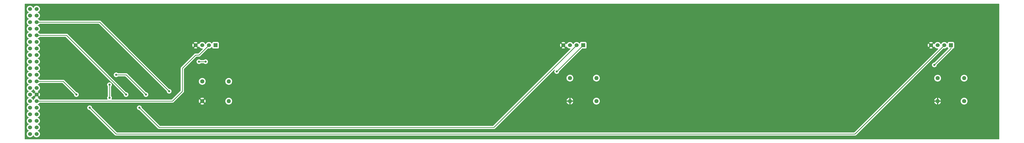
<source format=gbl>
G04 #@! TF.GenerationSoftware,KiCad,Pcbnew,(6.0.10)*
G04 #@! TF.CreationDate,2023-10-31T07:54:40-04:00*
G04 #@! TF.ProjectId,iDLSchema,69444c53-6368-4656-9d61-2e6b69636164,0.3.2*
G04 #@! TF.SameCoordinates,Original*
G04 #@! TF.FileFunction,Copper,L2,Bot*
G04 #@! TF.FilePolarity,Positive*
%FSLAX46Y46*%
G04 Gerber Fmt 4.6, Leading zero omitted, Abs format (unit mm)*
G04 Created by KiCad (PCBNEW (6.0.10)) date 2023-10-31 07:54:40*
%MOMM*%
%LPD*%
G01*
G04 APERTURE LIST*
G04 #@! TA.AperFunction,ComponentPad*
%ADD10C,1.600000*%
G04 #@! TD*
G04 #@! TA.AperFunction,ComponentPad*
%ADD11O,1.600000X1.600000*%
G04 #@! TD*
G04 #@! TA.AperFunction,ComponentPad*
%ADD12R,1.524000X1.524000*%
G04 #@! TD*
G04 #@! TA.AperFunction,ComponentPad*
%ADD13C,1.524000*%
G04 #@! TD*
G04 #@! TA.AperFunction,ViaPad*
%ADD14C,0.800000*%
G04 #@! TD*
G04 #@! TA.AperFunction,Conductor*
%ADD15C,0.250000*%
G04 #@! TD*
G04 APERTURE END LIST*
D10*
X250190000Y-83820000D03*
D11*
X240030000Y-83820000D03*
D12*
X104140000Y-62261000D03*
D13*
X101600000Y-62261000D03*
X99060000Y-62261000D03*
X96520000Y-62261000D03*
D10*
X99060000Y-76200000D03*
D11*
X109220000Y-76200000D03*
D12*
X245110000Y-62261000D03*
D13*
X242570000Y-62261000D03*
X240030000Y-62261000D03*
X237490000Y-62261000D03*
X33020000Y-96520000D03*
X35560000Y-96520000D03*
X33020000Y-93980000D03*
X35560000Y-93980000D03*
X33020000Y-91440000D03*
X35560000Y-91440000D03*
X33020000Y-88900000D03*
X35560000Y-88900000D03*
X33020000Y-86360000D03*
X35560000Y-86360000D03*
X33020000Y-83820000D03*
X35560000Y-83820000D03*
X33020000Y-81280000D03*
X35560000Y-81280000D03*
X33020000Y-78740000D03*
X35560000Y-78740000D03*
X33020000Y-76200000D03*
X35560000Y-76200000D03*
X33020000Y-73660000D03*
X35560000Y-73660000D03*
X33020000Y-71120000D03*
X35560000Y-71120000D03*
X33020000Y-68580000D03*
X35560000Y-68580000D03*
X33020000Y-66040000D03*
X35560000Y-66040000D03*
X33020000Y-63500000D03*
X35560000Y-63500000D03*
X33020000Y-60960000D03*
X35560000Y-60960000D03*
X33020000Y-58420000D03*
X35560000Y-58420000D03*
X33020000Y-55880000D03*
X35560000Y-55880000D03*
X33020000Y-53340000D03*
X35560000Y-53340000D03*
X33020000Y-50800000D03*
X35560000Y-50800000D03*
X33020000Y-48260000D03*
X35560000Y-48260000D03*
D10*
X240030000Y-74930000D03*
D11*
X250190000Y-74930000D03*
D10*
X391160000Y-83820000D03*
D11*
X381000000Y-83820000D03*
D12*
X386080000Y-62261000D03*
D13*
X383540000Y-62261000D03*
X381000000Y-62261000D03*
X378460000Y-62261000D03*
D10*
X99060000Y-83820000D03*
D11*
X109220000Y-83820000D03*
D10*
X381000000Y-74950000D03*
D11*
X391160000Y-74950000D03*
D14*
X50800000Y-81280000D03*
X55880000Y-86360000D03*
X77470000Y-81280000D03*
X66040000Y-73660000D03*
X69850000Y-81280000D03*
X74930000Y-86360000D03*
X86360000Y-80010000D03*
X234950000Y-72390000D03*
X379730000Y-69850000D03*
X63500000Y-82550000D03*
X100330000Y-68580000D03*
X63500000Y-77470000D03*
X97790000Y-68580000D03*
D15*
X87630000Y-83820000D02*
X91440000Y-80010000D01*
X91440000Y-71120000D02*
X96520000Y-66040000D01*
X91440000Y-80010000D02*
X91440000Y-71120000D01*
X35560000Y-83820000D02*
X87630000Y-83820000D01*
X97821000Y-66040000D02*
X101600000Y-62261000D01*
X96520000Y-66040000D02*
X97821000Y-66040000D01*
X349281000Y-96520000D02*
X383540000Y-62261000D01*
X50800000Y-81280000D02*
X45720000Y-76200000D01*
X66040000Y-96520000D02*
X349281000Y-96520000D01*
X55880000Y-86360000D02*
X66040000Y-96520000D01*
X45720000Y-76200000D02*
X35560000Y-76200000D01*
X69850000Y-73660000D02*
X66040000Y-73660000D01*
X77470000Y-81280000D02*
X69850000Y-73660000D01*
X210851000Y-93980000D02*
X87630000Y-93980000D01*
X46990000Y-58420000D02*
X35560000Y-58420000D01*
X69850000Y-81280000D02*
X46990000Y-58420000D01*
X242570000Y-62261000D02*
X210851000Y-93980000D01*
X82550000Y-93980000D02*
X74930000Y-86360000D01*
X87630000Y-93980000D02*
X82550000Y-93980000D01*
X86360000Y-80010000D02*
X59690000Y-53340000D01*
X59690000Y-53340000D02*
X35560000Y-53340000D01*
X386080000Y-63500000D02*
X379730000Y-69850000D01*
X234950000Y-72390000D02*
X245079000Y-62261000D01*
X63500000Y-82550000D02*
X63500000Y-77470000D01*
X97790000Y-68580000D02*
X100330000Y-68580000D01*
X386080000Y-62261000D02*
X386080000Y-63500000D01*
X245079000Y-62261000D02*
X245110000Y-62261000D01*
G04 #@! TA.AperFunction,Conductor*
G36*
X404563621Y-46248502D02*
G01*
X404610114Y-46302158D01*
X404621500Y-46354500D01*
X404621500Y-98425500D01*
X404601498Y-98493621D01*
X404547842Y-98540114D01*
X404495500Y-98551500D01*
X31114500Y-98551500D01*
X31046379Y-98531498D01*
X30999886Y-98477842D01*
X30988500Y-98425500D01*
X30988500Y-96520000D01*
X31744647Y-96520000D01*
X31764022Y-96741463D01*
X31765446Y-96746776D01*
X31819050Y-96946827D01*
X31821560Y-96956196D01*
X31823882Y-96961177D01*
X31823883Y-96961178D01*
X31913186Y-97152689D01*
X31913189Y-97152694D01*
X31915512Y-97157676D01*
X32043023Y-97339781D01*
X32200219Y-97496977D01*
X32204727Y-97500134D01*
X32204730Y-97500136D01*
X32280495Y-97553187D01*
X32382323Y-97624488D01*
X32387305Y-97626811D01*
X32387310Y-97626814D01*
X32578822Y-97716117D01*
X32583804Y-97718440D01*
X32589112Y-97719862D01*
X32589114Y-97719863D01*
X32654949Y-97737503D01*
X32798537Y-97775978D01*
X33020000Y-97795353D01*
X33241463Y-97775978D01*
X33385051Y-97737503D01*
X33450886Y-97719863D01*
X33450888Y-97719862D01*
X33456196Y-97718440D01*
X33461178Y-97716117D01*
X33652690Y-97626814D01*
X33652695Y-97626811D01*
X33657677Y-97624488D01*
X33759505Y-97553187D01*
X33835270Y-97500136D01*
X33835273Y-97500134D01*
X33839781Y-97496977D01*
X33996977Y-97339781D01*
X34124488Y-97157676D01*
X34126811Y-97152694D01*
X34126814Y-97152689D01*
X34175805Y-97047627D01*
X34222723Y-96994342D01*
X34291000Y-96974881D01*
X34358960Y-96995423D01*
X34404195Y-97047627D01*
X34453186Y-97152689D01*
X34453189Y-97152694D01*
X34455512Y-97157676D01*
X34583023Y-97339781D01*
X34740219Y-97496977D01*
X34744727Y-97500134D01*
X34744730Y-97500136D01*
X34820495Y-97553187D01*
X34922323Y-97624488D01*
X34927305Y-97626811D01*
X34927310Y-97626814D01*
X35118822Y-97716117D01*
X35123804Y-97718440D01*
X35129112Y-97719862D01*
X35129114Y-97719863D01*
X35194949Y-97737503D01*
X35338537Y-97775978D01*
X35560000Y-97795353D01*
X35781463Y-97775978D01*
X35925051Y-97737503D01*
X35990886Y-97719863D01*
X35990888Y-97719862D01*
X35996196Y-97718440D01*
X36001178Y-97716117D01*
X36192690Y-97626814D01*
X36192695Y-97626811D01*
X36197677Y-97624488D01*
X36299505Y-97553187D01*
X36375270Y-97500136D01*
X36375273Y-97500134D01*
X36379781Y-97496977D01*
X36536977Y-97339781D01*
X36664488Y-97157676D01*
X36666811Y-97152694D01*
X36666814Y-97152689D01*
X36756117Y-96961178D01*
X36756118Y-96961177D01*
X36758440Y-96956196D01*
X36760951Y-96946827D01*
X36814554Y-96746776D01*
X36815978Y-96741463D01*
X36835353Y-96520000D01*
X36815978Y-96298537D01*
X36758440Y-96083804D01*
X36715805Y-95992373D01*
X36666814Y-95887311D01*
X36666811Y-95887306D01*
X36664488Y-95882324D01*
X36536977Y-95700219D01*
X36379781Y-95543023D01*
X36375273Y-95539866D01*
X36375270Y-95539864D01*
X36299505Y-95486813D01*
X36197677Y-95415512D01*
X36192695Y-95413189D01*
X36192690Y-95413186D01*
X36087627Y-95364195D01*
X36034342Y-95317278D01*
X36014881Y-95249001D01*
X36035423Y-95181041D01*
X36087627Y-95135805D01*
X36192690Y-95086814D01*
X36192695Y-95086811D01*
X36197677Y-95084488D01*
X36299505Y-95013187D01*
X36375270Y-94960136D01*
X36375273Y-94960134D01*
X36379781Y-94956977D01*
X36536977Y-94799781D01*
X36664488Y-94617676D01*
X36666811Y-94612694D01*
X36666814Y-94612689D01*
X36756117Y-94421178D01*
X36756118Y-94421177D01*
X36758440Y-94416196D01*
X36760951Y-94406827D01*
X36814554Y-94206776D01*
X36815978Y-94201463D01*
X36835353Y-93980000D01*
X36815978Y-93758537D01*
X36758440Y-93543804D01*
X36715805Y-93452373D01*
X36666814Y-93347311D01*
X36666811Y-93347306D01*
X36664488Y-93342324D01*
X36536977Y-93160219D01*
X36379781Y-93003023D01*
X36375273Y-92999866D01*
X36375270Y-92999864D01*
X36299505Y-92946813D01*
X36197677Y-92875512D01*
X36192695Y-92873189D01*
X36192690Y-92873186D01*
X36087627Y-92824195D01*
X36034342Y-92777278D01*
X36014881Y-92709001D01*
X36035423Y-92641041D01*
X36087627Y-92595805D01*
X36192690Y-92546814D01*
X36192695Y-92546811D01*
X36197677Y-92544488D01*
X36299505Y-92473187D01*
X36375270Y-92420136D01*
X36375273Y-92420134D01*
X36379781Y-92416977D01*
X36536977Y-92259781D01*
X36664488Y-92077676D01*
X36666811Y-92072694D01*
X36666814Y-92072689D01*
X36756117Y-91881178D01*
X36756118Y-91881177D01*
X36758440Y-91876196D01*
X36815978Y-91661463D01*
X36835353Y-91440000D01*
X36815978Y-91218537D01*
X36758440Y-91003804D01*
X36715805Y-90912373D01*
X36666814Y-90807311D01*
X36666811Y-90807306D01*
X36664488Y-90802324D01*
X36536977Y-90620219D01*
X36379781Y-90463023D01*
X36375273Y-90459866D01*
X36375270Y-90459864D01*
X36299505Y-90406813D01*
X36197677Y-90335512D01*
X36192695Y-90333189D01*
X36192690Y-90333186D01*
X36087627Y-90284195D01*
X36034342Y-90237278D01*
X36014881Y-90169001D01*
X36035423Y-90101041D01*
X36087627Y-90055805D01*
X36192690Y-90006814D01*
X36192695Y-90006811D01*
X36197677Y-90004488D01*
X36299505Y-89933187D01*
X36375270Y-89880136D01*
X36375273Y-89880134D01*
X36379781Y-89876977D01*
X36536977Y-89719781D01*
X36664488Y-89537676D01*
X36666811Y-89532694D01*
X36666814Y-89532689D01*
X36756117Y-89341178D01*
X36756118Y-89341177D01*
X36758440Y-89336196D01*
X36815978Y-89121463D01*
X36835353Y-88900000D01*
X36815978Y-88678537D01*
X36758440Y-88463804D01*
X36715805Y-88372373D01*
X36666814Y-88267311D01*
X36666811Y-88267306D01*
X36664488Y-88262324D01*
X36536977Y-88080219D01*
X36379781Y-87923023D01*
X36375273Y-87919866D01*
X36375270Y-87919864D01*
X36299505Y-87866813D01*
X36197677Y-87795512D01*
X36192695Y-87793189D01*
X36192690Y-87793186D01*
X36087627Y-87744195D01*
X36034342Y-87697278D01*
X36014881Y-87629001D01*
X36035423Y-87561041D01*
X36087627Y-87515805D01*
X36192690Y-87466814D01*
X36192695Y-87466811D01*
X36197677Y-87464488D01*
X36299505Y-87393187D01*
X36375270Y-87340136D01*
X36375273Y-87340134D01*
X36379781Y-87336977D01*
X36536977Y-87179781D01*
X36664488Y-86997676D01*
X36666811Y-86992694D01*
X36666814Y-86992689D01*
X36756117Y-86801178D01*
X36756118Y-86801177D01*
X36758440Y-86796196D01*
X36815978Y-86581463D01*
X36835353Y-86360000D01*
X54966496Y-86360000D01*
X54986458Y-86549928D01*
X55045473Y-86731556D01*
X55140960Y-86896944D01*
X55268747Y-87038866D01*
X55423248Y-87151118D01*
X55429276Y-87153802D01*
X55429278Y-87153803D01*
X55487626Y-87179781D01*
X55597712Y-87228794D01*
X55691113Y-87248647D01*
X55778056Y-87267128D01*
X55778061Y-87267128D01*
X55784513Y-87268500D01*
X55840406Y-87268500D01*
X55908527Y-87288502D01*
X55929501Y-87305405D01*
X65536348Y-96912253D01*
X65543888Y-96920539D01*
X65548000Y-96927018D01*
X65553777Y-96932443D01*
X65597651Y-96973643D01*
X65600493Y-96976398D01*
X65620230Y-96996135D01*
X65623427Y-96998615D01*
X65632447Y-97006318D01*
X65664679Y-97036586D01*
X65671625Y-97040405D01*
X65671628Y-97040407D01*
X65682434Y-97046348D01*
X65698953Y-97057199D01*
X65714959Y-97069614D01*
X65722228Y-97072759D01*
X65722232Y-97072762D01*
X65755537Y-97087174D01*
X65766187Y-97092391D01*
X65804940Y-97113695D01*
X65812615Y-97115666D01*
X65812616Y-97115666D01*
X65824562Y-97118733D01*
X65843267Y-97125137D01*
X65861855Y-97133181D01*
X65869678Y-97134420D01*
X65869688Y-97134423D01*
X65905524Y-97140099D01*
X65917144Y-97142505D01*
X65948959Y-97150673D01*
X65959970Y-97153500D01*
X65980224Y-97153500D01*
X65999934Y-97155051D01*
X66019943Y-97158220D01*
X66027835Y-97157474D01*
X66046580Y-97155702D01*
X66063962Y-97154059D01*
X66075819Y-97153500D01*
X349202233Y-97153500D01*
X349213416Y-97154027D01*
X349220909Y-97155702D01*
X349228835Y-97155453D01*
X349228836Y-97155453D01*
X349288986Y-97153562D01*
X349292945Y-97153500D01*
X349320856Y-97153500D01*
X349324791Y-97153003D01*
X349324856Y-97152995D01*
X349336693Y-97152062D01*
X349368951Y-97151048D01*
X349372970Y-97150922D01*
X349380889Y-97150673D01*
X349400343Y-97145021D01*
X349419700Y-97141013D01*
X349431930Y-97139468D01*
X349431931Y-97139468D01*
X349439797Y-97138474D01*
X349447168Y-97135555D01*
X349447170Y-97135555D01*
X349480912Y-97122196D01*
X349492142Y-97118351D01*
X349526983Y-97108229D01*
X349526984Y-97108229D01*
X349534593Y-97106018D01*
X349541412Y-97101985D01*
X349541417Y-97101983D01*
X349552028Y-97095707D01*
X349569776Y-97087012D01*
X349588617Y-97079552D01*
X349624387Y-97053564D01*
X349634307Y-97047048D01*
X349665535Y-97028580D01*
X349665538Y-97028578D01*
X349672362Y-97024542D01*
X349686683Y-97010221D01*
X349701717Y-96997380D01*
X349703431Y-96996135D01*
X349718107Y-96985472D01*
X349746298Y-96951395D01*
X349754288Y-96942616D01*
X362610382Y-84086522D01*
X379717273Y-84086522D01*
X379764764Y-84263761D01*
X379768510Y-84274053D01*
X379860586Y-84471511D01*
X379866069Y-84481007D01*
X379991028Y-84659467D01*
X379998084Y-84667875D01*
X380152125Y-84821916D01*
X380160533Y-84828972D01*
X380338993Y-84953931D01*
X380348489Y-84959414D01*
X380545947Y-85051490D01*
X380556239Y-85055236D01*
X380728503Y-85101394D01*
X380742599Y-85101058D01*
X380746000Y-85093116D01*
X380746000Y-85087967D01*
X381254000Y-85087967D01*
X381257973Y-85101498D01*
X381266522Y-85102727D01*
X381443761Y-85055236D01*
X381454053Y-85051490D01*
X381651511Y-84959414D01*
X381661007Y-84953931D01*
X381839467Y-84828972D01*
X381847875Y-84821916D01*
X382001916Y-84667875D01*
X382008972Y-84659467D01*
X382133931Y-84481007D01*
X382139414Y-84471511D01*
X382231490Y-84274053D01*
X382235236Y-84263761D01*
X382281394Y-84091497D01*
X382281058Y-84077401D01*
X382273116Y-84074000D01*
X381272115Y-84074000D01*
X381256876Y-84078475D01*
X381255671Y-84079865D01*
X381254000Y-84087548D01*
X381254000Y-85087967D01*
X380746000Y-85087967D01*
X380746000Y-84092115D01*
X380741525Y-84076876D01*
X380740135Y-84075671D01*
X380732452Y-84074000D01*
X379732033Y-84074000D01*
X379718502Y-84077973D01*
X379717273Y-84086522D01*
X362610382Y-84086522D01*
X362876904Y-83820000D01*
X389846502Y-83820000D01*
X389866457Y-84048087D01*
X389867881Y-84053400D01*
X389867881Y-84053402D01*
X389920934Y-84251395D01*
X389925716Y-84269243D01*
X389928039Y-84274224D01*
X389928039Y-84274225D01*
X390020151Y-84471762D01*
X390020154Y-84471767D01*
X390022477Y-84476749D01*
X390061312Y-84532211D01*
X390136634Y-84639781D01*
X390153802Y-84664300D01*
X390315700Y-84826198D01*
X390320208Y-84829355D01*
X390320211Y-84829357D01*
X390398389Y-84884098D01*
X390503251Y-84957523D01*
X390508233Y-84959846D01*
X390508238Y-84959849D01*
X390704765Y-85051490D01*
X390710757Y-85054284D01*
X390716065Y-85055706D01*
X390716067Y-85055707D01*
X390926598Y-85112119D01*
X390926600Y-85112119D01*
X390931913Y-85113543D01*
X391160000Y-85133498D01*
X391388087Y-85113543D01*
X391393400Y-85112119D01*
X391393402Y-85112119D01*
X391603933Y-85055707D01*
X391603935Y-85055706D01*
X391609243Y-85054284D01*
X391615235Y-85051490D01*
X391811762Y-84959849D01*
X391811767Y-84959846D01*
X391816749Y-84957523D01*
X391921611Y-84884098D01*
X391999789Y-84829357D01*
X391999792Y-84829355D01*
X392004300Y-84826198D01*
X392166198Y-84664300D01*
X392183367Y-84639781D01*
X392258688Y-84532211D01*
X392297523Y-84476749D01*
X392299846Y-84471767D01*
X392299849Y-84471762D01*
X392391961Y-84274225D01*
X392391961Y-84274224D01*
X392394284Y-84269243D01*
X392399067Y-84251395D01*
X392452119Y-84053402D01*
X392452119Y-84053400D01*
X392453543Y-84048087D01*
X392473498Y-83820000D01*
X392453543Y-83591913D01*
X392443244Y-83553478D01*
X392395707Y-83376067D01*
X392395706Y-83376065D01*
X392394284Y-83370757D01*
X392357733Y-83292373D01*
X392299849Y-83168238D01*
X392299846Y-83168233D01*
X392297523Y-83163251D01*
X392186525Y-83004730D01*
X392169357Y-82980211D01*
X392169355Y-82980208D01*
X392166198Y-82975700D01*
X392004300Y-82813802D01*
X391999792Y-82810645D01*
X391999789Y-82810643D01*
X391873920Y-82722509D01*
X391816749Y-82682477D01*
X391811767Y-82680154D01*
X391811762Y-82680151D01*
X391614225Y-82588039D01*
X391614224Y-82588039D01*
X391609243Y-82585716D01*
X391603935Y-82584294D01*
X391603933Y-82584293D01*
X391393402Y-82527881D01*
X391393400Y-82527881D01*
X391388087Y-82526457D01*
X391160000Y-82506502D01*
X390931913Y-82526457D01*
X390926600Y-82527881D01*
X390926598Y-82527881D01*
X390716067Y-82584293D01*
X390716065Y-82584294D01*
X390710757Y-82585716D01*
X390705776Y-82588039D01*
X390705775Y-82588039D01*
X390508238Y-82680151D01*
X390508233Y-82680154D01*
X390503251Y-82682477D01*
X390446080Y-82722509D01*
X390320211Y-82810643D01*
X390320208Y-82810645D01*
X390315700Y-82813802D01*
X390153802Y-82975700D01*
X390150645Y-82980208D01*
X390150643Y-82980211D01*
X390133475Y-83004730D01*
X390022477Y-83163251D01*
X390020154Y-83168233D01*
X390020151Y-83168238D01*
X389962267Y-83292373D01*
X389925716Y-83370757D01*
X389924294Y-83376065D01*
X389924293Y-83376067D01*
X389876756Y-83553478D01*
X389866457Y-83591913D01*
X389846502Y-83820000D01*
X362876904Y-83820000D01*
X363148401Y-83548503D01*
X379718606Y-83548503D01*
X379718942Y-83562599D01*
X379726884Y-83566000D01*
X380727885Y-83566000D01*
X380743124Y-83561525D01*
X380744329Y-83560135D01*
X380746000Y-83552452D01*
X380746000Y-83547885D01*
X381254000Y-83547885D01*
X381258475Y-83563124D01*
X381259865Y-83564329D01*
X381267548Y-83566000D01*
X382267967Y-83566000D01*
X382281498Y-83562027D01*
X382282727Y-83553478D01*
X382235236Y-83376239D01*
X382231490Y-83365947D01*
X382139414Y-83168489D01*
X382133931Y-83158993D01*
X382008972Y-82980533D01*
X382001916Y-82972125D01*
X381847875Y-82818084D01*
X381839467Y-82811028D01*
X381661007Y-82686069D01*
X381651511Y-82680586D01*
X381454053Y-82588510D01*
X381443761Y-82584764D01*
X381271497Y-82538606D01*
X381257401Y-82538942D01*
X381254000Y-82546884D01*
X381254000Y-83547885D01*
X380746000Y-83547885D01*
X380746000Y-82552033D01*
X380742027Y-82538502D01*
X380733478Y-82537273D01*
X380556239Y-82584764D01*
X380545947Y-82588510D01*
X380348489Y-82680586D01*
X380338993Y-82686069D01*
X380160533Y-82811028D01*
X380152125Y-82818084D01*
X379998084Y-82972125D01*
X379991028Y-82980533D01*
X379866069Y-83158993D01*
X379860586Y-83168489D01*
X379768510Y-83365947D01*
X379764764Y-83376239D01*
X379718606Y-83548503D01*
X363148401Y-83548503D01*
X371746904Y-74950000D01*
X379686502Y-74950000D01*
X379706457Y-75178087D01*
X379707881Y-75183400D01*
X379707881Y-75183402D01*
X379754049Y-75355700D01*
X379765716Y-75399243D01*
X379768039Y-75404224D01*
X379768039Y-75404225D01*
X379860151Y-75601762D01*
X379860154Y-75601767D01*
X379862477Y-75606749D01*
X379901725Y-75662801D01*
X379982527Y-75778197D01*
X379993802Y-75794300D01*
X380155700Y-75956198D01*
X380160208Y-75959355D01*
X380160211Y-75959357D01*
X380187603Y-75978537D01*
X380343251Y-76087523D01*
X380348233Y-76089846D01*
X380348238Y-76089849D01*
X380510918Y-76165707D01*
X380550757Y-76184284D01*
X380556065Y-76185706D01*
X380556067Y-76185707D01*
X380766598Y-76242119D01*
X380766600Y-76242119D01*
X380771913Y-76243543D01*
X381000000Y-76263498D01*
X381228087Y-76243543D01*
X381233400Y-76242119D01*
X381233402Y-76242119D01*
X381443933Y-76185707D01*
X381443935Y-76185706D01*
X381449243Y-76184284D01*
X381489082Y-76165707D01*
X381651762Y-76089849D01*
X381651767Y-76089846D01*
X381656749Y-76087523D01*
X381812397Y-75978537D01*
X381839789Y-75959357D01*
X381839792Y-75959355D01*
X381844300Y-75956198D01*
X382006198Y-75794300D01*
X382017474Y-75778197D01*
X382098275Y-75662801D01*
X382137523Y-75606749D01*
X382139846Y-75601767D01*
X382139849Y-75601762D01*
X382231961Y-75404225D01*
X382231961Y-75404224D01*
X382234284Y-75399243D01*
X382245952Y-75355700D01*
X382292119Y-75183402D01*
X382292119Y-75183400D01*
X382293543Y-75178087D01*
X382313498Y-74950000D01*
X389846502Y-74950000D01*
X389866457Y-75178087D01*
X389867881Y-75183400D01*
X389867881Y-75183402D01*
X389914049Y-75355700D01*
X389925716Y-75399243D01*
X389928039Y-75404224D01*
X389928039Y-75404225D01*
X390020151Y-75601762D01*
X390020154Y-75601767D01*
X390022477Y-75606749D01*
X390061725Y-75662801D01*
X390142527Y-75778197D01*
X390153802Y-75794300D01*
X390315700Y-75956198D01*
X390320208Y-75959355D01*
X390320211Y-75959357D01*
X390347603Y-75978537D01*
X390503251Y-76087523D01*
X390508233Y-76089846D01*
X390508238Y-76089849D01*
X390670918Y-76165707D01*
X390710757Y-76184284D01*
X390716065Y-76185706D01*
X390716067Y-76185707D01*
X390926598Y-76242119D01*
X390926600Y-76242119D01*
X390931913Y-76243543D01*
X391160000Y-76263498D01*
X391388087Y-76243543D01*
X391393400Y-76242119D01*
X391393402Y-76242119D01*
X391603933Y-76185707D01*
X391603935Y-76185706D01*
X391609243Y-76184284D01*
X391649082Y-76165707D01*
X391811762Y-76089849D01*
X391811767Y-76089846D01*
X391816749Y-76087523D01*
X391972397Y-75978537D01*
X391999789Y-75959357D01*
X391999792Y-75959355D01*
X392004300Y-75956198D01*
X392166198Y-75794300D01*
X392177474Y-75778197D01*
X392258275Y-75662801D01*
X392297523Y-75606749D01*
X392299846Y-75601767D01*
X392299849Y-75601762D01*
X392391961Y-75404225D01*
X392391961Y-75404224D01*
X392394284Y-75399243D01*
X392405952Y-75355700D01*
X392452119Y-75183402D01*
X392452119Y-75183400D01*
X392453543Y-75178087D01*
X392473498Y-74950000D01*
X392453543Y-74721913D01*
X392452119Y-74716598D01*
X392395707Y-74506067D01*
X392395706Y-74506065D01*
X392394284Y-74500757D01*
X392371137Y-74451118D01*
X392299849Y-74298238D01*
X392299846Y-74298233D01*
X392297523Y-74293251D01*
X392223564Y-74187627D01*
X392169357Y-74110211D01*
X392169355Y-74110208D01*
X392166198Y-74105700D01*
X392004300Y-73943802D01*
X391999792Y-73940645D01*
X391999789Y-73940643D01*
X391870234Y-73849928D01*
X391816749Y-73812477D01*
X391811767Y-73810154D01*
X391811762Y-73810151D01*
X391614225Y-73718039D01*
X391614224Y-73718039D01*
X391609243Y-73715716D01*
X391603935Y-73714294D01*
X391603933Y-73714293D01*
X391393402Y-73657881D01*
X391393400Y-73657881D01*
X391388087Y-73656457D01*
X391160000Y-73636502D01*
X390931913Y-73656457D01*
X390926600Y-73657881D01*
X390926598Y-73657881D01*
X390716067Y-73714293D01*
X390716065Y-73714294D01*
X390710757Y-73715716D01*
X390705776Y-73718039D01*
X390705775Y-73718039D01*
X390508238Y-73810151D01*
X390508233Y-73810154D01*
X390503251Y-73812477D01*
X390449766Y-73849928D01*
X390320211Y-73940643D01*
X390320208Y-73940645D01*
X390315700Y-73943802D01*
X390153802Y-74105700D01*
X390150645Y-74110208D01*
X390150643Y-74110211D01*
X390096436Y-74187627D01*
X390022477Y-74293251D01*
X390020154Y-74298233D01*
X390020151Y-74298238D01*
X389948863Y-74451118D01*
X389925716Y-74500757D01*
X389924294Y-74506065D01*
X389924293Y-74506067D01*
X389867881Y-74716598D01*
X389866457Y-74721913D01*
X389846502Y-74950000D01*
X382313498Y-74950000D01*
X382293543Y-74721913D01*
X382292119Y-74716598D01*
X382235707Y-74506067D01*
X382235706Y-74506065D01*
X382234284Y-74500757D01*
X382211137Y-74451118D01*
X382139849Y-74298238D01*
X382139846Y-74298233D01*
X382137523Y-74293251D01*
X382063564Y-74187627D01*
X382009357Y-74110211D01*
X382009355Y-74110208D01*
X382006198Y-74105700D01*
X381844300Y-73943802D01*
X381839792Y-73940645D01*
X381839789Y-73940643D01*
X381710234Y-73849928D01*
X381656749Y-73812477D01*
X381651767Y-73810154D01*
X381651762Y-73810151D01*
X381454225Y-73718039D01*
X381454224Y-73718039D01*
X381449243Y-73715716D01*
X381443935Y-73714294D01*
X381443933Y-73714293D01*
X381233402Y-73657881D01*
X381233400Y-73657881D01*
X381228087Y-73656457D01*
X381000000Y-73636502D01*
X380771913Y-73656457D01*
X380766600Y-73657881D01*
X380766598Y-73657881D01*
X380556067Y-73714293D01*
X380556065Y-73714294D01*
X380550757Y-73715716D01*
X380545776Y-73718039D01*
X380545775Y-73718039D01*
X380348238Y-73810151D01*
X380348233Y-73810154D01*
X380343251Y-73812477D01*
X380289766Y-73849928D01*
X380160211Y-73940643D01*
X380160208Y-73940645D01*
X380155700Y-73943802D01*
X379993802Y-74105700D01*
X379990645Y-74110208D01*
X379990643Y-74110211D01*
X379936436Y-74187627D01*
X379862477Y-74293251D01*
X379860154Y-74298233D01*
X379860151Y-74298238D01*
X379788863Y-74451118D01*
X379765716Y-74500757D01*
X379764294Y-74506065D01*
X379764293Y-74506067D01*
X379707881Y-74716598D01*
X379706457Y-74721913D01*
X379686502Y-74950000D01*
X371746904Y-74950000D01*
X383157778Y-63539126D01*
X383220090Y-63505100D01*
X383279484Y-63506514D01*
X383298339Y-63511566D01*
X383318537Y-63516978D01*
X383540000Y-63536353D01*
X383761463Y-63516978D01*
X383923295Y-63473615D01*
X383970886Y-63460863D01*
X383970888Y-63460862D01*
X383976196Y-63459440D01*
X383982190Y-63456645D01*
X384172690Y-63367814D01*
X384172695Y-63367811D01*
X384177677Y-63365488D01*
X384326477Y-63261297D01*
X384355270Y-63241136D01*
X384355273Y-63241134D01*
X384359781Y-63237977D01*
X384516977Y-63080781D01*
X384521354Y-63074531D01*
X384580287Y-62990365D01*
X384635744Y-62946037D01*
X384706363Y-62938728D01*
X384769724Y-62970759D01*
X384805709Y-63031960D01*
X384809500Y-63062636D01*
X384809500Y-63071134D01*
X384816255Y-63133316D01*
X384867385Y-63269705D01*
X384954739Y-63386261D01*
X384961919Y-63391642D01*
X385034561Y-63446084D01*
X385077076Y-63502943D01*
X385082102Y-63573761D01*
X385048091Y-63636005D01*
X382221479Y-66462616D01*
X379779500Y-68904595D01*
X379717188Y-68938621D01*
X379690405Y-68941500D01*
X379634513Y-68941500D01*
X379628061Y-68942872D01*
X379628056Y-68942872D01*
X379560279Y-68957279D01*
X379447712Y-68981206D01*
X379441682Y-68983891D01*
X379441681Y-68983891D01*
X379279278Y-69056197D01*
X379279276Y-69056198D01*
X379273248Y-69058882D01*
X379118747Y-69171134D01*
X379114326Y-69176044D01*
X379114325Y-69176045D01*
X379036257Y-69262749D01*
X378990960Y-69313056D01*
X378895473Y-69478444D01*
X378836458Y-69660072D01*
X378835768Y-69666633D01*
X378835768Y-69666635D01*
X378833892Y-69684488D01*
X378816496Y-69850000D01*
X378817186Y-69856565D01*
X378834224Y-70018669D01*
X378836458Y-70039928D01*
X378895473Y-70221556D01*
X378990960Y-70386944D01*
X378995378Y-70391851D01*
X378995379Y-70391852D01*
X379076840Y-70482324D01*
X379118747Y-70528866D01*
X379206157Y-70592373D01*
X379255193Y-70628000D01*
X379273248Y-70641118D01*
X379279276Y-70643802D01*
X379279278Y-70643803D01*
X379441681Y-70716109D01*
X379447712Y-70718794D01*
X379541113Y-70738647D01*
X379628056Y-70757128D01*
X379628061Y-70757128D01*
X379634513Y-70758500D01*
X379825487Y-70758500D01*
X379831939Y-70757128D01*
X379831944Y-70757128D01*
X379918888Y-70738647D01*
X380012288Y-70718794D01*
X380018319Y-70716109D01*
X380180722Y-70643803D01*
X380180724Y-70643802D01*
X380186752Y-70641118D01*
X380204808Y-70628000D01*
X380253843Y-70592373D01*
X380341253Y-70528866D01*
X380383160Y-70482324D01*
X380464621Y-70391852D01*
X380464622Y-70391851D01*
X380469040Y-70386944D01*
X380564527Y-70221556D01*
X380623542Y-70039928D01*
X380625777Y-70018669D01*
X380640907Y-69874707D01*
X380667920Y-69809050D01*
X380677122Y-69798782D01*
X386472253Y-64003652D01*
X386480539Y-63996112D01*
X386487018Y-63992000D01*
X386533644Y-63942348D01*
X386536398Y-63939507D01*
X386556135Y-63919770D01*
X386558615Y-63916573D01*
X386566320Y-63907551D01*
X386591159Y-63881100D01*
X386596586Y-63875321D01*
X386600405Y-63868375D01*
X386600407Y-63868372D01*
X386606348Y-63857566D01*
X386617199Y-63841047D01*
X386624758Y-63831301D01*
X386629614Y-63825041D01*
X386632759Y-63817772D01*
X386632762Y-63817768D01*
X386647174Y-63784463D01*
X386652391Y-63773813D01*
X386673695Y-63735060D01*
X386678733Y-63715437D01*
X386685137Y-63696734D01*
X386690033Y-63685420D01*
X386690033Y-63685419D01*
X386693181Y-63678145D01*
X386699573Y-63637788D01*
X386729986Y-63573636D01*
X386790254Y-63536109D01*
X386824022Y-63531500D01*
X386890134Y-63531500D01*
X386952316Y-63524745D01*
X387088705Y-63473615D01*
X387205261Y-63386261D01*
X387292615Y-63269705D01*
X387343745Y-63133316D01*
X387350500Y-63071134D01*
X387350500Y-61450866D01*
X387343745Y-61388684D01*
X387292615Y-61252295D01*
X387205261Y-61135739D01*
X387088705Y-61048385D01*
X386952316Y-60997255D01*
X386890134Y-60990500D01*
X385269866Y-60990500D01*
X385207684Y-60997255D01*
X385071295Y-61048385D01*
X384954739Y-61135739D01*
X384867385Y-61252295D01*
X384816255Y-61388684D01*
X384809500Y-61450866D01*
X384809500Y-61459364D01*
X384789498Y-61527485D01*
X384735842Y-61573978D01*
X384665568Y-61584082D01*
X384600988Y-61554588D01*
X384580287Y-61531635D01*
X384520136Y-61445730D01*
X384520134Y-61445727D01*
X384516977Y-61441219D01*
X384359781Y-61284023D01*
X384355273Y-61280866D01*
X384355270Y-61280864D01*
X384279505Y-61227813D01*
X384177677Y-61156512D01*
X384172695Y-61154189D01*
X384172690Y-61154186D01*
X383981178Y-61064883D01*
X383981177Y-61064882D01*
X383976196Y-61062560D01*
X383970888Y-61061138D01*
X383970886Y-61061137D01*
X383905051Y-61043497D01*
X383761463Y-61005022D01*
X383540000Y-60985647D01*
X383318537Y-61005022D01*
X383174949Y-61043497D01*
X383109114Y-61061137D01*
X383109112Y-61061138D01*
X383103804Y-61062560D01*
X383098823Y-61064882D01*
X383098822Y-61064883D01*
X382907311Y-61154186D01*
X382907306Y-61154189D01*
X382902324Y-61156512D01*
X382897817Y-61159668D01*
X382897815Y-61159669D01*
X382724730Y-61280864D01*
X382724727Y-61280866D01*
X382720219Y-61284023D01*
X382563023Y-61441219D01*
X382559866Y-61445727D01*
X382559864Y-61445730D01*
X382438669Y-61618815D01*
X382435512Y-61623324D01*
X382433189Y-61628306D01*
X382433186Y-61628311D01*
X382384195Y-61733373D01*
X382337277Y-61786658D01*
X382269000Y-61806119D01*
X382201040Y-61785577D01*
X382155805Y-61733373D01*
X382106814Y-61628311D01*
X382106811Y-61628306D01*
X382104488Y-61623324D01*
X382101331Y-61618815D01*
X381980136Y-61445730D01*
X381980134Y-61445727D01*
X381976977Y-61441219D01*
X381819781Y-61284023D01*
X381815273Y-61280866D01*
X381815270Y-61280864D01*
X381739505Y-61227813D01*
X381637677Y-61156512D01*
X381632695Y-61154189D01*
X381632690Y-61154186D01*
X381441178Y-61064883D01*
X381441177Y-61064882D01*
X381436196Y-61062560D01*
X381430888Y-61061138D01*
X381430886Y-61061137D01*
X381365051Y-61043497D01*
X381221463Y-61005022D01*
X381000000Y-60985647D01*
X380778537Y-61005022D01*
X380634949Y-61043497D01*
X380569114Y-61061137D01*
X380569112Y-61061138D01*
X380563804Y-61062560D01*
X380558823Y-61064882D01*
X380558822Y-61064883D01*
X380367311Y-61154186D01*
X380367306Y-61154189D01*
X380362324Y-61156512D01*
X380357817Y-61159668D01*
X380357815Y-61159669D01*
X380184730Y-61280864D01*
X380184727Y-61280866D01*
X380180219Y-61284023D01*
X380023023Y-61441219D01*
X380019866Y-61445727D01*
X380019864Y-61445730D01*
X379898669Y-61618815D01*
X379895512Y-61623324D01*
X379893189Y-61628306D01*
X379893186Y-61628311D01*
X379843919Y-61733965D01*
X379797001Y-61787250D01*
X379728724Y-61806711D01*
X379660764Y-61786169D01*
X379615529Y-61733965D01*
X379566377Y-61628559D01*
X379560897Y-61619068D01*
X379530206Y-61575235D01*
X379519729Y-61566860D01*
X379506282Y-61573928D01*
X378832022Y-62248188D01*
X378824408Y-62262132D01*
X378824539Y-62263965D01*
X378828790Y-62270580D01*
X379507003Y-62948793D01*
X379518777Y-62955223D01*
X379530793Y-62945926D01*
X379560897Y-62902932D01*
X379566377Y-62893441D01*
X379615529Y-62788035D01*
X379662447Y-62734750D01*
X379730724Y-62715289D01*
X379798684Y-62735831D01*
X379843919Y-62788035D01*
X379893186Y-62893689D01*
X379893189Y-62893694D01*
X379895512Y-62898676D01*
X379898668Y-62903183D01*
X379898669Y-62903185D01*
X380018647Y-63074531D01*
X380023023Y-63080781D01*
X380180219Y-63237977D01*
X380184727Y-63241134D01*
X380184730Y-63241136D01*
X380213523Y-63261297D01*
X380362323Y-63365488D01*
X380367305Y-63367811D01*
X380367310Y-63367814D01*
X380557810Y-63456645D01*
X380563804Y-63459440D01*
X380569112Y-63460862D01*
X380569114Y-63460863D01*
X380616705Y-63473615D01*
X380778537Y-63516978D01*
X381000000Y-63536353D01*
X381005475Y-63535874D01*
X381022564Y-63534379D01*
X381059232Y-63531171D01*
X381128836Y-63545160D01*
X381179829Y-63594560D01*
X381196019Y-63663686D01*
X381172266Y-63730591D01*
X381159308Y-63745787D01*
X349055500Y-95849595D01*
X348993188Y-95883621D01*
X348966405Y-95886500D01*
X66354594Y-95886500D01*
X66286473Y-95866498D01*
X66265499Y-95849595D01*
X56827122Y-86411217D01*
X56799155Y-86360000D01*
X74016496Y-86360000D01*
X74036458Y-86549928D01*
X74095473Y-86731556D01*
X74190960Y-86896944D01*
X74318747Y-87038866D01*
X74473248Y-87151118D01*
X74479276Y-87153802D01*
X74479278Y-87153803D01*
X74537626Y-87179781D01*
X74647712Y-87228794D01*
X74741113Y-87248647D01*
X74828056Y-87267128D01*
X74828061Y-87267128D01*
X74834513Y-87268500D01*
X74890406Y-87268500D01*
X74958527Y-87288502D01*
X74979501Y-87305405D01*
X82046343Y-94372247D01*
X82053887Y-94380537D01*
X82058000Y-94387018D01*
X82063777Y-94392443D01*
X82107667Y-94433658D01*
X82110509Y-94436413D01*
X82130230Y-94456134D01*
X82133425Y-94458612D01*
X82142447Y-94466318D01*
X82174679Y-94496586D01*
X82181628Y-94500406D01*
X82192432Y-94506346D01*
X82208956Y-94517199D01*
X82224959Y-94529613D01*
X82265543Y-94547176D01*
X82276173Y-94552383D01*
X82314940Y-94573695D01*
X82322617Y-94575666D01*
X82322622Y-94575668D01*
X82334558Y-94578732D01*
X82353266Y-94585137D01*
X82371855Y-94593181D01*
X82379680Y-94594420D01*
X82379682Y-94594421D01*
X82415519Y-94600097D01*
X82427140Y-94602504D01*
X82458959Y-94610673D01*
X82469970Y-94613500D01*
X82490231Y-94613500D01*
X82509940Y-94615051D01*
X82529943Y-94618219D01*
X82537835Y-94617473D01*
X82543062Y-94616979D01*
X82573954Y-94614059D01*
X82585811Y-94613500D01*
X210772233Y-94613500D01*
X210783416Y-94614027D01*
X210790909Y-94615702D01*
X210798835Y-94615453D01*
X210798836Y-94615453D01*
X210858986Y-94613562D01*
X210862945Y-94613500D01*
X210890856Y-94613500D01*
X210894791Y-94613003D01*
X210894856Y-94612995D01*
X210906693Y-94612062D01*
X210938951Y-94611048D01*
X210942970Y-94610922D01*
X210950889Y-94610673D01*
X210970343Y-94605021D01*
X210989700Y-94601013D01*
X211001930Y-94599468D01*
X211001931Y-94599468D01*
X211009797Y-94598474D01*
X211017168Y-94595555D01*
X211017170Y-94595555D01*
X211050912Y-94582196D01*
X211062142Y-94578351D01*
X211096983Y-94568229D01*
X211096984Y-94568229D01*
X211104593Y-94566018D01*
X211111412Y-94561985D01*
X211111417Y-94561983D01*
X211122028Y-94555707D01*
X211139776Y-94547012D01*
X211158617Y-94539552D01*
X211178987Y-94524753D01*
X211194387Y-94513564D01*
X211204307Y-94507048D01*
X211235535Y-94488580D01*
X211235538Y-94488578D01*
X211242362Y-94484542D01*
X211256683Y-94470221D01*
X211271717Y-94457380D01*
X211273432Y-94456134D01*
X211288107Y-94445472D01*
X211316298Y-94411395D01*
X211324288Y-94402616D01*
X221640382Y-84086522D01*
X238747273Y-84086522D01*
X238794764Y-84263761D01*
X238798510Y-84274053D01*
X238890586Y-84471511D01*
X238896069Y-84481007D01*
X239021028Y-84659467D01*
X239028084Y-84667875D01*
X239182125Y-84821916D01*
X239190533Y-84828972D01*
X239368993Y-84953931D01*
X239378489Y-84959414D01*
X239575947Y-85051490D01*
X239586239Y-85055236D01*
X239758503Y-85101394D01*
X239772599Y-85101058D01*
X239776000Y-85093116D01*
X239776000Y-85087967D01*
X240284000Y-85087967D01*
X240287973Y-85101498D01*
X240296522Y-85102727D01*
X240473761Y-85055236D01*
X240484053Y-85051490D01*
X240681511Y-84959414D01*
X240691007Y-84953931D01*
X240869467Y-84828972D01*
X240877875Y-84821916D01*
X241031916Y-84667875D01*
X241038972Y-84659467D01*
X241163931Y-84481007D01*
X241169414Y-84471511D01*
X241261490Y-84274053D01*
X241265236Y-84263761D01*
X241311394Y-84091497D01*
X241311058Y-84077401D01*
X241303116Y-84074000D01*
X240302115Y-84074000D01*
X240286876Y-84078475D01*
X240285671Y-84079865D01*
X240284000Y-84087548D01*
X240284000Y-85087967D01*
X239776000Y-85087967D01*
X239776000Y-84092115D01*
X239771525Y-84076876D01*
X239770135Y-84075671D01*
X239762452Y-84074000D01*
X238762033Y-84074000D01*
X238748502Y-84077973D01*
X238747273Y-84086522D01*
X221640382Y-84086522D01*
X221906904Y-83820000D01*
X248876502Y-83820000D01*
X248896457Y-84048087D01*
X248897881Y-84053400D01*
X248897881Y-84053402D01*
X248950934Y-84251395D01*
X248955716Y-84269243D01*
X248958039Y-84274224D01*
X248958039Y-84274225D01*
X249050151Y-84471762D01*
X249050154Y-84471767D01*
X249052477Y-84476749D01*
X249091312Y-84532211D01*
X249166634Y-84639781D01*
X249183802Y-84664300D01*
X249345700Y-84826198D01*
X249350208Y-84829355D01*
X249350211Y-84829357D01*
X249428389Y-84884098D01*
X249533251Y-84957523D01*
X249538233Y-84959846D01*
X249538238Y-84959849D01*
X249734765Y-85051490D01*
X249740757Y-85054284D01*
X249746065Y-85055706D01*
X249746067Y-85055707D01*
X249956598Y-85112119D01*
X249956600Y-85112119D01*
X249961913Y-85113543D01*
X250190000Y-85133498D01*
X250418087Y-85113543D01*
X250423400Y-85112119D01*
X250423402Y-85112119D01*
X250633933Y-85055707D01*
X250633935Y-85055706D01*
X250639243Y-85054284D01*
X250645235Y-85051490D01*
X250841762Y-84959849D01*
X250841767Y-84959846D01*
X250846749Y-84957523D01*
X250951611Y-84884098D01*
X251029789Y-84829357D01*
X251029792Y-84829355D01*
X251034300Y-84826198D01*
X251196198Y-84664300D01*
X251213367Y-84639781D01*
X251288688Y-84532211D01*
X251327523Y-84476749D01*
X251329846Y-84471767D01*
X251329849Y-84471762D01*
X251421961Y-84274225D01*
X251421961Y-84274224D01*
X251424284Y-84269243D01*
X251429067Y-84251395D01*
X251482119Y-84053402D01*
X251482119Y-84053400D01*
X251483543Y-84048087D01*
X251503498Y-83820000D01*
X251483543Y-83591913D01*
X251473244Y-83553478D01*
X251425707Y-83376067D01*
X251425706Y-83376065D01*
X251424284Y-83370757D01*
X251387733Y-83292373D01*
X251329849Y-83168238D01*
X251329846Y-83168233D01*
X251327523Y-83163251D01*
X251216525Y-83004730D01*
X251199357Y-82980211D01*
X251199355Y-82980208D01*
X251196198Y-82975700D01*
X251034300Y-82813802D01*
X251029792Y-82810645D01*
X251029789Y-82810643D01*
X250903920Y-82722509D01*
X250846749Y-82682477D01*
X250841767Y-82680154D01*
X250841762Y-82680151D01*
X250644225Y-82588039D01*
X250644224Y-82588039D01*
X250639243Y-82585716D01*
X250633935Y-82584294D01*
X250633933Y-82584293D01*
X250423402Y-82527881D01*
X250423400Y-82527881D01*
X250418087Y-82526457D01*
X250190000Y-82506502D01*
X249961913Y-82526457D01*
X249956600Y-82527881D01*
X249956598Y-82527881D01*
X249746067Y-82584293D01*
X249746065Y-82584294D01*
X249740757Y-82585716D01*
X249735776Y-82588039D01*
X249735775Y-82588039D01*
X249538238Y-82680151D01*
X249538233Y-82680154D01*
X249533251Y-82682477D01*
X249476080Y-82722509D01*
X249350211Y-82810643D01*
X249350208Y-82810645D01*
X249345700Y-82813802D01*
X249183802Y-82975700D01*
X249180645Y-82980208D01*
X249180643Y-82980211D01*
X249163475Y-83004730D01*
X249052477Y-83163251D01*
X249050154Y-83168233D01*
X249050151Y-83168238D01*
X248992267Y-83292373D01*
X248955716Y-83370757D01*
X248954294Y-83376065D01*
X248954293Y-83376067D01*
X248906756Y-83553478D01*
X248896457Y-83591913D01*
X248876502Y-83820000D01*
X221906904Y-83820000D01*
X222178401Y-83548503D01*
X238748606Y-83548503D01*
X238748942Y-83562599D01*
X238756884Y-83566000D01*
X239757885Y-83566000D01*
X239773124Y-83561525D01*
X239774329Y-83560135D01*
X239776000Y-83552452D01*
X239776000Y-83547885D01*
X240284000Y-83547885D01*
X240288475Y-83563124D01*
X240289865Y-83564329D01*
X240297548Y-83566000D01*
X241297967Y-83566000D01*
X241311498Y-83562027D01*
X241312727Y-83553478D01*
X241265236Y-83376239D01*
X241261490Y-83365947D01*
X241169414Y-83168489D01*
X241163931Y-83158993D01*
X241038972Y-82980533D01*
X241031916Y-82972125D01*
X240877875Y-82818084D01*
X240869467Y-82811028D01*
X240691007Y-82686069D01*
X240681511Y-82680586D01*
X240484053Y-82588510D01*
X240473761Y-82584764D01*
X240301497Y-82538606D01*
X240287401Y-82538942D01*
X240284000Y-82546884D01*
X240284000Y-83547885D01*
X239776000Y-83547885D01*
X239776000Y-82552033D01*
X239772027Y-82538502D01*
X239763478Y-82537273D01*
X239586239Y-82584764D01*
X239575947Y-82588510D01*
X239378489Y-82680586D01*
X239368993Y-82686069D01*
X239190533Y-82811028D01*
X239182125Y-82818084D01*
X239028084Y-82972125D01*
X239021028Y-82980533D01*
X238896069Y-83158993D01*
X238890586Y-83168489D01*
X238798510Y-83365947D01*
X238794764Y-83376239D01*
X238748606Y-83548503D01*
X222178401Y-83548503D01*
X226770920Y-78955984D01*
X230796905Y-74930000D01*
X238716502Y-74930000D01*
X238736457Y-75158087D01*
X238737881Y-75163400D01*
X238737881Y-75163402D01*
X238789408Y-75355700D01*
X238795716Y-75379243D01*
X238798039Y-75384224D01*
X238798039Y-75384225D01*
X238890151Y-75581762D01*
X238890154Y-75581767D01*
X238892477Y-75586749D01*
X238945729Y-75662801D01*
X239020171Y-75769114D01*
X239023802Y-75774300D01*
X239185700Y-75936198D01*
X239190208Y-75939355D01*
X239190211Y-75939357D01*
X239236706Y-75971913D01*
X239373251Y-76067523D01*
X239378233Y-76069846D01*
X239378238Y-76069849D01*
X239575775Y-76161961D01*
X239580757Y-76164284D01*
X239586065Y-76165706D01*
X239586067Y-76165707D01*
X239796598Y-76222119D01*
X239796600Y-76222119D01*
X239801913Y-76223543D01*
X240030000Y-76243498D01*
X240258087Y-76223543D01*
X240263400Y-76222119D01*
X240263402Y-76222119D01*
X240473933Y-76165707D01*
X240473935Y-76165706D01*
X240479243Y-76164284D01*
X240484225Y-76161961D01*
X240681762Y-76069849D01*
X240681767Y-76069846D01*
X240686749Y-76067523D01*
X240823294Y-75971913D01*
X240869789Y-75939357D01*
X240869792Y-75939355D01*
X240874300Y-75936198D01*
X241036198Y-75774300D01*
X241039830Y-75769114D01*
X241114271Y-75662801D01*
X241167523Y-75586749D01*
X241169846Y-75581767D01*
X241169849Y-75581762D01*
X241261961Y-75384225D01*
X241261961Y-75384224D01*
X241264284Y-75379243D01*
X241270593Y-75355700D01*
X241322119Y-75163402D01*
X241322119Y-75163400D01*
X241323543Y-75158087D01*
X241343498Y-74930000D01*
X248876502Y-74930000D01*
X248896457Y-75158087D01*
X248897881Y-75163400D01*
X248897881Y-75163402D01*
X248949408Y-75355700D01*
X248955716Y-75379243D01*
X248958039Y-75384224D01*
X248958039Y-75384225D01*
X249050151Y-75581762D01*
X249050154Y-75581767D01*
X249052477Y-75586749D01*
X249105729Y-75662801D01*
X249180171Y-75769114D01*
X249183802Y-75774300D01*
X249345700Y-75936198D01*
X249350208Y-75939355D01*
X249350211Y-75939357D01*
X249396706Y-75971913D01*
X249533251Y-76067523D01*
X249538233Y-76069846D01*
X249538238Y-76069849D01*
X249735775Y-76161961D01*
X249740757Y-76164284D01*
X249746065Y-76165706D01*
X249746067Y-76165707D01*
X249956598Y-76222119D01*
X249956600Y-76222119D01*
X249961913Y-76223543D01*
X250190000Y-76243498D01*
X250418087Y-76223543D01*
X250423400Y-76222119D01*
X250423402Y-76222119D01*
X250633933Y-76165707D01*
X250633935Y-76165706D01*
X250639243Y-76164284D01*
X250644225Y-76161961D01*
X250841762Y-76069849D01*
X250841767Y-76069846D01*
X250846749Y-76067523D01*
X250983294Y-75971913D01*
X251029789Y-75939357D01*
X251029792Y-75939355D01*
X251034300Y-75936198D01*
X251196198Y-75774300D01*
X251199830Y-75769114D01*
X251274271Y-75662801D01*
X251327523Y-75586749D01*
X251329846Y-75581767D01*
X251329849Y-75581762D01*
X251421961Y-75384225D01*
X251421961Y-75384224D01*
X251424284Y-75379243D01*
X251430593Y-75355700D01*
X251482119Y-75163402D01*
X251482119Y-75163400D01*
X251483543Y-75158087D01*
X251503498Y-74930000D01*
X251483543Y-74701913D01*
X251424284Y-74480757D01*
X251421961Y-74475775D01*
X251329849Y-74278238D01*
X251329846Y-74278233D01*
X251327523Y-74273251D01*
X251210202Y-74105700D01*
X251199357Y-74090211D01*
X251199355Y-74090208D01*
X251196198Y-74085700D01*
X251034300Y-73923802D01*
X251029792Y-73920645D01*
X251029789Y-73920643D01*
X250919424Y-73843365D01*
X250846749Y-73792477D01*
X250841767Y-73790154D01*
X250841762Y-73790151D01*
X250644225Y-73698039D01*
X250644224Y-73698039D01*
X250639243Y-73695716D01*
X250633935Y-73694294D01*
X250633933Y-73694293D01*
X250423402Y-73637881D01*
X250423400Y-73637881D01*
X250418087Y-73636457D01*
X250190000Y-73616502D01*
X249961913Y-73636457D01*
X249956600Y-73637881D01*
X249956598Y-73637881D01*
X249746067Y-73694293D01*
X249746065Y-73694294D01*
X249740757Y-73695716D01*
X249735776Y-73698039D01*
X249735775Y-73698039D01*
X249538238Y-73790151D01*
X249538233Y-73790154D01*
X249533251Y-73792477D01*
X249460576Y-73843365D01*
X249350211Y-73920643D01*
X249350208Y-73920645D01*
X249345700Y-73923802D01*
X249183802Y-74085700D01*
X249180645Y-74090208D01*
X249180643Y-74090211D01*
X249169798Y-74105700D01*
X249052477Y-74273251D01*
X249050154Y-74278233D01*
X249050151Y-74278238D01*
X248958039Y-74475775D01*
X248955716Y-74480757D01*
X248896457Y-74701913D01*
X248876502Y-74930000D01*
X241343498Y-74930000D01*
X241323543Y-74701913D01*
X241264284Y-74480757D01*
X241261961Y-74475775D01*
X241169849Y-74278238D01*
X241169846Y-74278233D01*
X241167523Y-74273251D01*
X241050202Y-74105700D01*
X241039357Y-74090211D01*
X241039355Y-74090208D01*
X241036198Y-74085700D01*
X240874300Y-73923802D01*
X240869792Y-73920645D01*
X240869789Y-73920643D01*
X240759424Y-73843365D01*
X240686749Y-73792477D01*
X240681767Y-73790154D01*
X240681762Y-73790151D01*
X240484225Y-73698039D01*
X240484224Y-73698039D01*
X240479243Y-73695716D01*
X240473935Y-73694294D01*
X240473933Y-73694293D01*
X240263402Y-73637881D01*
X240263400Y-73637881D01*
X240258087Y-73636457D01*
X240030000Y-73616502D01*
X239801913Y-73636457D01*
X239796600Y-73637881D01*
X239796598Y-73637881D01*
X239586067Y-73694293D01*
X239586065Y-73694294D01*
X239580757Y-73695716D01*
X239575776Y-73698039D01*
X239575775Y-73698039D01*
X239378238Y-73790151D01*
X239378233Y-73790154D01*
X239373251Y-73792477D01*
X239300576Y-73843365D01*
X239190211Y-73920643D01*
X239190208Y-73920645D01*
X239185700Y-73923802D01*
X239023802Y-74085700D01*
X239020645Y-74090208D01*
X239020643Y-74090211D01*
X239009798Y-74105700D01*
X238892477Y-74273251D01*
X238890154Y-74278233D01*
X238890151Y-74278238D01*
X238798039Y-74475775D01*
X238795716Y-74480757D01*
X238736457Y-74701913D01*
X238716502Y-74930000D01*
X230796905Y-74930000D01*
X233994719Y-71732186D01*
X234057029Y-71698161D01*
X234127844Y-71703226D01*
X234184680Y-71745773D01*
X234209491Y-71812293D01*
X234192931Y-71884282D01*
X234160889Y-71939781D01*
X234115473Y-72018444D01*
X234056458Y-72200072D01*
X234055768Y-72206633D01*
X234055768Y-72206635D01*
X234053892Y-72224488D01*
X234036496Y-72390000D01*
X234037186Y-72396565D01*
X234054224Y-72558669D01*
X234056458Y-72579928D01*
X234115473Y-72761556D01*
X234210960Y-72926944D01*
X234215378Y-72931851D01*
X234215379Y-72931852D01*
X234318896Y-73046819D01*
X234338747Y-73068866D01*
X234426157Y-73132373D01*
X234483011Y-73173680D01*
X234493248Y-73181118D01*
X234499276Y-73183802D01*
X234499278Y-73183803D01*
X234601049Y-73229114D01*
X234667712Y-73258794D01*
X234761113Y-73278647D01*
X234848056Y-73297128D01*
X234848061Y-73297128D01*
X234854513Y-73298500D01*
X235045487Y-73298500D01*
X235051939Y-73297128D01*
X235051944Y-73297128D01*
X235138888Y-73278647D01*
X235232288Y-73258794D01*
X235298951Y-73229114D01*
X235400722Y-73183803D01*
X235400724Y-73183802D01*
X235406752Y-73181118D01*
X235416990Y-73173680D01*
X235473843Y-73132373D01*
X235561253Y-73068866D01*
X235581104Y-73046819D01*
X235684621Y-72931852D01*
X235684622Y-72931851D01*
X235689040Y-72926944D01*
X235784527Y-72761556D01*
X235843542Y-72579928D01*
X235845777Y-72558669D01*
X235860907Y-72414707D01*
X235887920Y-72349050D01*
X235897122Y-72338782D01*
X244667499Y-63568405D01*
X244729811Y-63534379D01*
X244756594Y-63531500D01*
X245920134Y-63531500D01*
X245982316Y-63524745D01*
X246118705Y-63473615D01*
X246235261Y-63386261D01*
X246285088Y-63319777D01*
X377765777Y-63319777D01*
X377775074Y-63331793D01*
X377818069Y-63361898D01*
X377827555Y-63367376D01*
X378018993Y-63456645D01*
X378029285Y-63460391D01*
X378233309Y-63515059D01*
X378244104Y-63516962D01*
X378454525Y-63535372D01*
X378465475Y-63535372D01*
X378675896Y-63516962D01*
X378686691Y-63515059D01*
X378890715Y-63460391D01*
X378901007Y-63456645D01*
X379092445Y-63367376D01*
X379101931Y-63361898D01*
X379145764Y-63331207D01*
X379154139Y-63320729D01*
X379147071Y-63307281D01*
X378472812Y-62633022D01*
X378458868Y-62625408D01*
X378457035Y-62625539D01*
X378450420Y-62629790D01*
X377772207Y-63308003D01*
X377765777Y-63319777D01*
X246285088Y-63319777D01*
X246322615Y-63269705D01*
X246373745Y-63133316D01*
X246380500Y-63071134D01*
X246380500Y-62266475D01*
X377185628Y-62266475D01*
X377204038Y-62476896D01*
X377205941Y-62487691D01*
X377260609Y-62691715D01*
X377264355Y-62702007D01*
X377353623Y-62893441D01*
X377359103Y-62902932D01*
X377389794Y-62946765D01*
X377400271Y-62955140D01*
X377413718Y-62948072D01*
X378087978Y-62273812D01*
X378095592Y-62259868D01*
X378095461Y-62258035D01*
X378091210Y-62251420D01*
X377412997Y-61573207D01*
X377401223Y-61566777D01*
X377389207Y-61576074D01*
X377359103Y-61619068D01*
X377353623Y-61628559D01*
X377264355Y-61819993D01*
X377260609Y-61830285D01*
X377205941Y-62034309D01*
X377204038Y-62045104D01*
X377185628Y-62255525D01*
X377185628Y-62266475D01*
X246380500Y-62266475D01*
X246380500Y-61450866D01*
X246373745Y-61388684D01*
X246322615Y-61252295D01*
X246284375Y-61201271D01*
X377765860Y-61201271D01*
X377772928Y-61214718D01*
X378447188Y-61888978D01*
X378461132Y-61896592D01*
X378462965Y-61896461D01*
X378469580Y-61892210D01*
X379147793Y-61213997D01*
X379154223Y-61202223D01*
X379144926Y-61190207D01*
X379101931Y-61160102D01*
X379092445Y-61154624D01*
X378901007Y-61065355D01*
X378890715Y-61061609D01*
X378686691Y-61006941D01*
X378675896Y-61005038D01*
X378465475Y-60986628D01*
X378454525Y-60986628D01*
X378244104Y-61005038D01*
X378233309Y-61006941D01*
X378029285Y-61061609D01*
X378018993Y-61065355D01*
X377827559Y-61154623D01*
X377818068Y-61160103D01*
X377774235Y-61190794D01*
X377765860Y-61201271D01*
X246284375Y-61201271D01*
X246235261Y-61135739D01*
X246118705Y-61048385D01*
X245982316Y-60997255D01*
X245920134Y-60990500D01*
X244299866Y-60990500D01*
X244237684Y-60997255D01*
X244101295Y-61048385D01*
X243984739Y-61135739D01*
X243897385Y-61252295D01*
X243846255Y-61388684D01*
X243839500Y-61450866D01*
X243839500Y-61459364D01*
X243819498Y-61527485D01*
X243765842Y-61573978D01*
X243695568Y-61584082D01*
X243630988Y-61554588D01*
X243610287Y-61531635D01*
X243550136Y-61445730D01*
X243550134Y-61445727D01*
X243546977Y-61441219D01*
X243389781Y-61284023D01*
X243385273Y-61280866D01*
X243385270Y-61280864D01*
X243309505Y-61227813D01*
X243207677Y-61156512D01*
X243202695Y-61154189D01*
X243202690Y-61154186D01*
X243011178Y-61064883D01*
X243011177Y-61064882D01*
X243006196Y-61062560D01*
X243000888Y-61061138D01*
X243000886Y-61061137D01*
X242935051Y-61043497D01*
X242791463Y-61005022D01*
X242570000Y-60985647D01*
X242348537Y-61005022D01*
X242204949Y-61043497D01*
X242139114Y-61061137D01*
X242139112Y-61061138D01*
X242133804Y-61062560D01*
X242128823Y-61064882D01*
X242128822Y-61064883D01*
X241937311Y-61154186D01*
X241937306Y-61154189D01*
X241932324Y-61156512D01*
X241927817Y-61159668D01*
X241927815Y-61159669D01*
X241754730Y-61280864D01*
X241754727Y-61280866D01*
X241750219Y-61284023D01*
X241593023Y-61441219D01*
X241589866Y-61445727D01*
X241589864Y-61445730D01*
X241468669Y-61618815D01*
X241465512Y-61623324D01*
X241463189Y-61628306D01*
X241463186Y-61628311D01*
X241414195Y-61733373D01*
X241367277Y-61786658D01*
X241299000Y-61806119D01*
X241231040Y-61785577D01*
X241185805Y-61733373D01*
X241136814Y-61628311D01*
X241136811Y-61628306D01*
X241134488Y-61623324D01*
X241131331Y-61618815D01*
X241010136Y-61445730D01*
X241010134Y-61445727D01*
X241006977Y-61441219D01*
X240849781Y-61284023D01*
X240845273Y-61280866D01*
X240845270Y-61280864D01*
X240769505Y-61227813D01*
X240667677Y-61156512D01*
X240662695Y-61154189D01*
X240662690Y-61154186D01*
X240471178Y-61064883D01*
X240471177Y-61064882D01*
X240466196Y-61062560D01*
X240460888Y-61061138D01*
X240460886Y-61061137D01*
X240395051Y-61043497D01*
X240251463Y-61005022D01*
X240030000Y-60985647D01*
X239808537Y-61005022D01*
X239664949Y-61043497D01*
X239599114Y-61061137D01*
X239599112Y-61061138D01*
X239593804Y-61062560D01*
X239588823Y-61064882D01*
X239588822Y-61064883D01*
X239397311Y-61154186D01*
X239397306Y-61154189D01*
X239392324Y-61156512D01*
X239387817Y-61159668D01*
X239387815Y-61159669D01*
X239214730Y-61280864D01*
X239214727Y-61280866D01*
X239210219Y-61284023D01*
X239053023Y-61441219D01*
X239049866Y-61445727D01*
X239049864Y-61445730D01*
X238928669Y-61618815D01*
X238925512Y-61623324D01*
X238923189Y-61628306D01*
X238923186Y-61628311D01*
X238873919Y-61733965D01*
X238827001Y-61787250D01*
X238758724Y-61806711D01*
X238690764Y-61786169D01*
X238645529Y-61733965D01*
X238596377Y-61628559D01*
X238590897Y-61619068D01*
X238560206Y-61575235D01*
X238549729Y-61566860D01*
X238536282Y-61573928D01*
X237862022Y-62248188D01*
X237854408Y-62262132D01*
X237854539Y-62263965D01*
X237858790Y-62270580D01*
X238537003Y-62948793D01*
X238548777Y-62955223D01*
X238560793Y-62945926D01*
X238590897Y-62902932D01*
X238596377Y-62893441D01*
X238645529Y-62788035D01*
X238692447Y-62734750D01*
X238760724Y-62715289D01*
X238828684Y-62735831D01*
X238873919Y-62788035D01*
X238923186Y-62893689D01*
X238923189Y-62893694D01*
X238925512Y-62898676D01*
X238928668Y-62903183D01*
X238928669Y-62903185D01*
X239048647Y-63074531D01*
X239053023Y-63080781D01*
X239210219Y-63237977D01*
X239214727Y-63241134D01*
X239214730Y-63241136D01*
X239243523Y-63261297D01*
X239392323Y-63365488D01*
X239397305Y-63367811D01*
X239397310Y-63367814D01*
X239587810Y-63456645D01*
X239593804Y-63459440D01*
X239599112Y-63460862D01*
X239599114Y-63460863D01*
X239646705Y-63473615D01*
X239808537Y-63516978D01*
X240030000Y-63536353D01*
X240035475Y-63535874D01*
X240089233Y-63531171D01*
X240158838Y-63545161D01*
X240209830Y-63594560D01*
X240226020Y-63663686D01*
X240202267Y-63730591D01*
X240189309Y-63745787D01*
X225256282Y-78678813D01*
X210625500Y-93309595D01*
X210563188Y-93343621D01*
X210536405Y-93346500D01*
X82864595Y-93346500D01*
X82796474Y-93326498D01*
X82775500Y-93309595D01*
X75877122Y-86411217D01*
X75843096Y-86348905D01*
X75840907Y-86335292D01*
X75824232Y-86176635D01*
X75824232Y-86176633D01*
X75823542Y-86170072D01*
X75764527Y-85988444D01*
X75669040Y-85823056D01*
X75541253Y-85681134D01*
X75386752Y-85568882D01*
X75380724Y-85566198D01*
X75380722Y-85566197D01*
X75218319Y-85493891D01*
X75218318Y-85493891D01*
X75212288Y-85491206D01*
X75118887Y-85471353D01*
X75031944Y-85452872D01*
X75031939Y-85452872D01*
X75025487Y-85451500D01*
X74834513Y-85451500D01*
X74828061Y-85452872D01*
X74828056Y-85452872D01*
X74741113Y-85471353D01*
X74647712Y-85491206D01*
X74641682Y-85493891D01*
X74641681Y-85493891D01*
X74479278Y-85566197D01*
X74479276Y-85566198D01*
X74473248Y-85568882D01*
X74318747Y-85681134D01*
X74190960Y-85823056D01*
X74095473Y-85988444D01*
X74036458Y-86170072D01*
X74016496Y-86360000D01*
X56799155Y-86360000D01*
X56793096Y-86348905D01*
X56790907Y-86335292D01*
X56774232Y-86176635D01*
X56774232Y-86176633D01*
X56773542Y-86170072D01*
X56714527Y-85988444D01*
X56619040Y-85823056D01*
X56491253Y-85681134D01*
X56336752Y-85568882D01*
X56330724Y-85566198D01*
X56330722Y-85566197D01*
X56168319Y-85493891D01*
X56168318Y-85493891D01*
X56162288Y-85491206D01*
X56068887Y-85471353D01*
X55981944Y-85452872D01*
X55981939Y-85452872D01*
X55975487Y-85451500D01*
X55784513Y-85451500D01*
X55778061Y-85452872D01*
X55778056Y-85452872D01*
X55691113Y-85471353D01*
X55597712Y-85491206D01*
X55591682Y-85493891D01*
X55591681Y-85493891D01*
X55429278Y-85566197D01*
X55429276Y-85566198D01*
X55423248Y-85568882D01*
X55268747Y-85681134D01*
X55140960Y-85823056D01*
X55045473Y-85988444D01*
X54986458Y-86170072D01*
X54966496Y-86360000D01*
X36835353Y-86360000D01*
X36815978Y-86138537D01*
X36758440Y-85923804D01*
X36714127Y-85828774D01*
X36666814Y-85727311D01*
X36666811Y-85727306D01*
X36664488Y-85722324D01*
X36536977Y-85540219D01*
X36379781Y-85383023D01*
X36375273Y-85379866D01*
X36375270Y-85379864D01*
X36299505Y-85326813D01*
X36197677Y-85255512D01*
X36192695Y-85253189D01*
X36192690Y-85253186D01*
X36087627Y-85204195D01*
X36034342Y-85157278D01*
X36014881Y-85089001D01*
X36035423Y-85021041D01*
X36087627Y-84975805D01*
X36192690Y-84926814D01*
X36192695Y-84926811D01*
X36197677Y-84924488D01*
X36223992Y-84906062D01*
X98338493Y-84906062D01*
X98347789Y-84918077D01*
X98398994Y-84953931D01*
X98408489Y-84959414D01*
X98605947Y-85051490D01*
X98616239Y-85055236D01*
X98826688Y-85111625D01*
X98837481Y-85113528D01*
X99054525Y-85132517D01*
X99065475Y-85132517D01*
X99282519Y-85113528D01*
X99293312Y-85111625D01*
X99503761Y-85055236D01*
X99514053Y-85051490D01*
X99711511Y-84959414D01*
X99721006Y-84953931D01*
X99773048Y-84917491D01*
X99781424Y-84907012D01*
X99774356Y-84893566D01*
X99072812Y-84192022D01*
X99058868Y-84184408D01*
X99057035Y-84184539D01*
X99050420Y-84188790D01*
X98344923Y-84894287D01*
X98338493Y-84906062D01*
X36223992Y-84906062D01*
X36344165Y-84821916D01*
X36375270Y-84800136D01*
X36375273Y-84800134D01*
X36379781Y-84796977D01*
X36536977Y-84639781D01*
X36610292Y-84535077D01*
X36629791Y-84507229D01*
X36685248Y-84462901D01*
X36733004Y-84453500D01*
X87551233Y-84453500D01*
X87562416Y-84454027D01*
X87569909Y-84455702D01*
X87577835Y-84455453D01*
X87577836Y-84455453D01*
X87637986Y-84453562D01*
X87641945Y-84453500D01*
X87669856Y-84453500D01*
X87673791Y-84453003D01*
X87673856Y-84452995D01*
X87685693Y-84452062D01*
X87717951Y-84451048D01*
X87721970Y-84450922D01*
X87729889Y-84450673D01*
X87749343Y-84445021D01*
X87768700Y-84441013D01*
X87780930Y-84439468D01*
X87780931Y-84439468D01*
X87788797Y-84438474D01*
X87796168Y-84435555D01*
X87796170Y-84435555D01*
X87829912Y-84422196D01*
X87841142Y-84418351D01*
X87875983Y-84408229D01*
X87875984Y-84408229D01*
X87883593Y-84406018D01*
X87890412Y-84401985D01*
X87890417Y-84401983D01*
X87901028Y-84395707D01*
X87918776Y-84387012D01*
X87937617Y-84379552D01*
X87973387Y-84353564D01*
X87983307Y-84347048D01*
X88014535Y-84328580D01*
X88014538Y-84328578D01*
X88021362Y-84324542D01*
X88035683Y-84310221D01*
X88050717Y-84297380D01*
X88067107Y-84285472D01*
X88095298Y-84251395D01*
X88103288Y-84242616D01*
X88520429Y-83825475D01*
X97747483Y-83825475D01*
X97766472Y-84042519D01*
X97768375Y-84053312D01*
X97824764Y-84263761D01*
X97828510Y-84274053D01*
X97920586Y-84471511D01*
X97926069Y-84481006D01*
X97962509Y-84533048D01*
X97972988Y-84541424D01*
X97986434Y-84534356D01*
X98687978Y-83832812D01*
X98694356Y-83821132D01*
X99424408Y-83821132D01*
X99424539Y-83822965D01*
X99428790Y-83829580D01*
X100134287Y-84535077D01*
X100146062Y-84541507D01*
X100158077Y-84532211D01*
X100193931Y-84481006D01*
X100199414Y-84471511D01*
X100291490Y-84274053D01*
X100295236Y-84263761D01*
X100351625Y-84053312D01*
X100353528Y-84042519D01*
X100372517Y-83825475D01*
X100372517Y-83820000D01*
X107906502Y-83820000D01*
X107926457Y-84048087D01*
X107927881Y-84053400D01*
X107927881Y-84053402D01*
X107980934Y-84251395D01*
X107985716Y-84269243D01*
X107988039Y-84274224D01*
X107988039Y-84274225D01*
X108080151Y-84471762D01*
X108080154Y-84471767D01*
X108082477Y-84476749D01*
X108121312Y-84532211D01*
X108196634Y-84639781D01*
X108213802Y-84664300D01*
X108375700Y-84826198D01*
X108380208Y-84829355D01*
X108380211Y-84829357D01*
X108458389Y-84884098D01*
X108563251Y-84957523D01*
X108568233Y-84959846D01*
X108568238Y-84959849D01*
X108764765Y-85051490D01*
X108770757Y-85054284D01*
X108776065Y-85055706D01*
X108776067Y-85055707D01*
X108986598Y-85112119D01*
X108986600Y-85112119D01*
X108991913Y-85113543D01*
X109220000Y-85133498D01*
X109448087Y-85113543D01*
X109453400Y-85112119D01*
X109453402Y-85112119D01*
X109663933Y-85055707D01*
X109663935Y-85055706D01*
X109669243Y-85054284D01*
X109675235Y-85051490D01*
X109871762Y-84959849D01*
X109871767Y-84959846D01*
X109876749Y-84957523D01*
X109981611Y-84884098D01*
X110059789Y-84829357D01*
X110059792Y-84829355D01*
X110064300Y-84826198D01*
X110226198Y-84664300D01*
X110243367Y-84639781D01*
X110318688Y-84532211D01*
X110357523Y-84476749D01*
X110359846Y-84471767D01*
X110359849Y-84471762D01*
X110451961Y-84274225D01*
X110451961Y-84274224D01*
X110454284Y-84269243D01*
X110459067Y-84251395D01*
X110512119Y-84053402D01*
X110512119Y-84053400D01*
X110513543Y-84048087D01*
X110533498Y-83820000D01*
X110513543Y-83591913D01*
X110503244Y-83553478D01*
X110455707Y-83376067D01*
X110455706Y-83376065D01*
X110454284Y-83370757D01*
X110417733Y-83292373D01*
X110359849Y-83168238D01*
X110359846Y-83168233D01*
X110357523Y-83163251D01*
X110246525Y-83004730D01*
X110229357Y-82980211D01*
X110229355Y-82980208D01*
X110226198Y-82975700D01*
X110064300Y-82813802D01*
X110059792Y-82810645D01*
X110059789Y-82810643D01*
X109933920Y-82722509D01*
X109876749Y-82682477D01*
X109871767Y-82680154D01*
X109871762Y-82680151D01*
X109674225Y-82588039D01*
X109674224Y-82588039D01*
X109669243Y-82585716D01*
X109663935Y-82584294D01*
X109663933Y-82584293D01*
X109453402Y-82527881D01*
X109453400Y-82527881D01*
X109448087Y-82526457D01*
X109220000Y-82506502D01*
X108991913Y-82526457D01*
X108986600Y-82527881D01*
X108986598Y-82527881D01*
X108776067Y-82584293D01*
X108776065Y-82584294D01*
X108770757Y-82585716D01*
X108765776Y-82588039D01*
X108765775Y-82588039D01*
X108568238Y-82680151D01*
X108568233Y-82680154D01*
X108563251Y-82682477D01*
X108506080Y-82722509D01*
X108380211Y-82810643D01*
X108380208Y-82810645D01*
X108375700Y-82813802D01*
X108213802Y-82975700D01*
X108210645Y-82980208D01*
X108210643Y-82980211D01*
X108193475Y-83004730D01*
X108082477Y-83163251D01*
X108080154Y-83168233D01*
X108080151Y-83168238D01*
X108022267Y-83292373D01*
X107985716Y-83370757D01*
X107984294Y-83376065D01*
X107984293Y-83376067D01*
X107936756Y-83553478D01*
X107926457Y-83591913D01*
X107906502Y-83820000D01*
X100372517Y-83820000D01*
X100372517Y-83814525D01*
X100353528Y-83597481D01*
X100351625Y-83586688D01*
X100295236Y-83376239D01*
X100291490Y-83365947D01*
X100199414Y-83168489D01*
X100193931Y-83158994D01*
X100157491Y-83106952D01*
X100147012Y-83098576D01*
X100133566Y-83105644D01*
X99432022Y-83807188D01*
X99424408Y-83821132D01*
X98694356Y-83821132D01*
X98695592Y-83818868D01*
X98695461Y-83817035D01*
X98691210Y-83810420D01*
X97985713Y-83104923D01*
X97973938Y-83098493D01*
X97961923Y-83107789D01*
X97926069Y-83158994D01*
X97920586Y-83168489D01*
X97828510Y-83365947D01*
X97824764Y-83376239D01*
X97768375Y-83586688D01*
X97766472Y-83597481D01*
X97747483Y-83814525D01*
X97747483Y-83825475D01*
X88520429Y-83825475D01*
X89612916Y-82732988D01*
X98338576Y-82732988D01*
X98345644Y-82746434D01*
X99047188Y-83447978D01*
X99061132Y-83455592D01*
X99062965Y-83455461D01*
X99069580Y-83451210D01*
X99775077Y-82745713D01*
X99781507Y-82733938D01*
X99772211Y-82721923D01*
X99721006Y-82686069D01*
X99711511Y-82680586D01*
X99514053Y-82588510D01*
X99503761Y-82584764D01*
X99293312Y-82528375D01*
X99282519Y-82526472D01*
X99065475Y-82507483D01*
X99054525Y-82507483D01*
X98837481Y-82526472D01*
X98826688Y-82528375D01*
X98616239Y-82584764D01*
X98605947Y-82588510D01*
X98408489Y-82680586D01*
X98398994Y-82686069D01*
X98346952Y-82722509D01*
X98338576Y-82732988D01*
X89612916Y-82732988D01*
X91832247Y-80513657D01*
X91840537Y-80506113D01*
X91847018Y-80502000D01*
X91893659Y-80452332D01*
X91896413Y-80449491D01*
X91916135Y-80429769D01*
X91918612Y-80426576D01*
X91926317Y-80417555D01*
X91951159Y-80391100D01*
X91956586Y-80385321D01*
X91964184Y-80371500D01*
X91966346Y-80367568D01*
X91977202Y-80351041D01*
X91984757Y-80341302D01*
X91984758Y-80341300D01*
X91989614Y-80335040D01*
X92007174Y-80294460D01*
X92012391Y-80283812D01*
X92029875Y-80252009D01*
X92029876Y-80252007D01*
X92033695Y-80245060D01*
X92038733Y-80225437D01*
X92045137Y-80206734D01*
X92050033Y-80195420D01*
X92050033Y-80195419D01*
X92053181Y-80188145D01*
X92054420Y-80180322D01*
X92054423Y-80180312D01*
X92060099Y-80144476D01*
X92062505Y-80132856D01*
X92071528Y-80097711D01*
X92071528Y-80097710D01*
X92073500Y-80090030D01*
X92073500Y-80069776D01*
X92075051Y-80050065D01*
X92076980Y-80037886D01*
X92078220Y-80030057D01*
X92074059Y-79986038D01*
X92073500Y-79974181D01*
X92073500Y-76200000D01*
X97746502Y-76200000D01*
X97766457Y-76428087D01*
X97825716Y-76649243D01*
X97828039Y-76654224D01*
X97828039Y-76654225D01*
X97920151Y-76851762D01*
X97920154Y-76851767D01*
X97922477Y-76856749D01*
X97975908Y-76933056D01*
X98036634Y-77019781D01*
X98053802Y-77044300D01*
X98215700Y-77206198D01*
X98220208Y-77209355D01*
X98220211Y-77209357D01*
X98298389Y-77264098D01*
X98403251Y-77337523D01*
X98408233Y-77339846D01*
X98408238Y-77339849D01*
X98605775Y-77431961D01*
X98610757Y-77434284D01*
X98616065Y-77435706D01*
X98616067Y-77435707D01*
X98826598Y-77492119D01*
X98826600Y-77492119D01*
X98831913Y-77493543D01*
X99060000Y-77513498D01*
X99288087Y-77493543D01*
X99293400Y-77492119D01*
X99293402Y-77492119D01*
X99503933Y-77435707D01*
X99503935Y-77435706D01*
X99509243Y-77434284D01*
X99514225Y-77431961D01*
X99711762Y-77339849D01*
X99711767Y-77339846D01*
X99716749Y-77337523D01*
X99821611Y-77264098D01*
X99899789Y-77209357D01*
X99899792Y-77209355D01*
X99904300Y-77206198D01*
X100066198Y-77044300D01*
X100083367Y-77019781D01*
X100144092Y-76933056D01*
X100197523Y-76856749D01*
X100199846Y-76851767D01*
X100199849Y-76851762D01*
X100291961Y-76654225D01*
X100291961Y-76654224D01*
X100294284Y-76649243D01*
X100353543Y-76428087D01*
X100373498Y-76200000D01*
X107906502Y-76200000D01*
X107926457Y-76428087D01*
X107985716Y-76649243D01*
X107988039Y-76654224D01*
X107988039Y-76654225D01*
X108080151Y-76851762D01*
X108080154Y-76851767D01*
X108082477Y-76856749D01*
X108135908Y-76933056D01*
X108196634Y-77019781D01*
X108213802Y-77044300D01*
X108375700Y-77206198D01*
X108380208Y-77209355D01*
X108380211Y-77209357D01*
X108458389Y-77264098D01*
X108563251Y-77337523D01*
X108568233Y-77339846D01*
X108568238Y-77339849D01*
X108765775Y-77431961D01*
X108770757Y-77434284D01*
X108776065Y-77435706D01*
X108776067Y-77435707D01*
X108986598Y-77492119D01*
X108986600Y-77492119D01*
X108991913Y-77493543D01*
X109220000Y-77513498D01*
X109448087Y-77493543D01*
X109453400Y-77492119D01*
X109453402Y-77492119D01*
X109663933Y-77435707D01*
X109663935Y-77435706D01*
X109669243Y-77434284D01*
X109674225Y-77431961D01*
X109871762Y-77339849D01*
X109871767Y-77339846D01*
X109876749Y-77337523D01*
X109981611Y-77264098D01*
X110059789Y-77209357D01*
X110059792Y-77209355D01*
X110064300Y-77206198D01*
X110226198Y-77044300D01*
X110243367Y-77019781D01*
X110304092Y-76933056D01*
X110357523Y-76856749D01*
X110359846Y-76851767D01*
X110359849Y-76851762D01*
X110451961Y-76654225D01*
X110451961Y-76654224D01*
X110454284Y-76649243D01*
X110513543Y-76428087D01*
X110533498Y-76200000D01*
X110513543Y-75971913D01*
X110466996Y-75798197D01*
X110455707Y-75756067D01*
X110455706Y-75756065D01*
X110454284Y-75750757D01*
X110440591Y-75721392D01*
X110359849Y-75548238D01*
X110359846Y-75548233D01*
X110357523Y-75543251D01*
X110246525Y-75384730D01*
X110229357Y-75360211D01*
X110229355Y-75360208D01*
X110226198Y-75355700D01*
X110064300Y-75193802D01*
X110059792Y-75190645D01*
X110059789Y-75190643D01*
X109928436Y-75098669D01*
X109876749Y-75062477D01*
X109871767Y-75060154D01*
X109871762Y-75060151D01*
X109674225Y-74968039D01*
X109674224Y-74968039D01*
X109669243Y-74965716D01*
X109663935Y-74964294D01*
X109663933Y-74964293D01*
X109453402Y-74907881D01*
X109453400Y-74907881D01*
X109448087Y-74906457D01*
X109220000Y-74886502D01*
X108991913Y-74906457D01*
X108986600Y-74907881D01*
X108986598Y-74907881D01*
X108776067Y-74964293D01*
X108776065Y-74964294D01*
X108770757Y-74965716D01*
X108765776Y-74968039D01*
X108765775Y-74968039D01*
X108568238Y-75060151D01*
X108568233Y-75060154D01*
X108563251Y-75062477D01*
X108511564Y-75098669D01*
X108380211Y-75190643D01*
X108380208Y-75190645D01*
X108375700Y-75193802D01*
X108213802Y-75355700D01*
X108210645Y-75360208D01*
X108210643Y-75360211D01*
X108193475Y-75384730D01*
X108082477Y-75543251D01*
X108080154Y-75548233D01*
X108080151Y-75548238D01*
X107999409Y-75721392D01*
X107985716Y-75750757D01*
X107984294Y-75756065D01*
X107984293Y-75756067D01*
X107973004Y-75798197D01*
X107926457Y-75971913D01*
X107906502Y-76200000D01*
X100373498Y-76200000D01*
X100353543Y-75971913D01*
X100306996Y-75798197D01*
X100295707Y-75756067D01*
X100295706Y-75756065D01*
X100294284Y-75750757D01*
X100280591Y-75721392D01*
X100199849Y-75548238D01*
X100199846Y-75548233D01*
X100197523Y-75543251D01*
X100086525Y-75384730D01*
X100069357Y-75360211D01*
X100069355Y-75360208D01*
X100066198Y-75355700D01*
X99904300Y-75193802D01*
X99899792Y-75190645D01*
X99899789Y-75190643D01*
X99768436Y-75098669D01*
X99716749Y-75062477D01*
X99711767Y-75060154D01*
X99711762Y-75060151D01*
X99514225Y-74968039D01*
X99514224Y-74968039D01*
X99509243Y-74965716D01*
X99503935Y-74964294D01*
X99503933Y-74964293D01*
X99293402Y-74907881D01*
X99293400Y-74907881D01*
X99288087Y-74906457D01*
X99060000Y-74886502D01*
X98831913Y-74906457D01*
X98826600Y-74907881D01*
X98826598Y-74907881D01*
X98616067Y-74964293D01*
X98616065Y-74964294D01*
X98610757Y-74965716D01*
X98605776Y-74968039D01*
X98605775Y-74968039D01*
X98408238Y-75060151D01*
X98408233Y-75060154D01*
X98403251Y-75062477D01*
X98351564Y-75098669D01*
X98220211Y-75190643D01*
X98220208Y-75190645D01*
X98215700Y-75193802D01*
X98053802Y-75355700D01*
X98050645Y-75360208D01*
X98050643Y-75360211D01*
X98033475Y-75384730D01*
X97922477Y-75543251D01*
X97920154Y-75548233D01*
X97920151Y-75548238D01*
X97839409Y-75721392D01*
X97825716Y-75750757D01*
X97824294Y-75756065D01*
X97824293Y-75756067D01*
X97813004Y-75798197D01*
X97766457Y-75971913D01*
X97746502Y-76200000D01*
X92073500Y-76200000D01*
X92073500Y-71434594D01*
X92093502Y-71366473D01*
X92110405Y-71345499D01*
X94875905Y-68580000D01*
X96876496Y-68580000D01*
X96896458Y-68769928D01*
X96955473Y-68951556D01*
X97050960Y-69116944D01*
X97055378Y-69121851D01*
X97055379Y-69121852D01*
X97099753Y-69171134D01*
X97178747Y-69258866D01*
X97333248Y-69371118D01*
X97339276Y-69373802D01*
X97339278Y-69373803D01*
X97397626Y-69399781D01*
X97507712Y-69448794D01*
X97601112Y-69468647D01*
X97688056Y-69487128D01*
X97688061Y-69487128D01*
X97694513Y-69488500D01*
X97885487Y-69488500D01*
X97891939Y-69487128D01*
X97891944Y-69487128D01*
X97978888Y-69468647D01*
X98072288Y-69448794D01*
X98182374Y-69399781D01*
X98240722Y-69373803D01*
X98240724Y-69373802D01*
X98246752Y-69371118D01*
X98333423Y-69308148D01*
X98379671Y-69274546D01*
X98401253Y-69258866D01*
X98405668Y-69253963D01*
X98410580Y-69249540D01*
X98411705Y-69250789D01*
X98465014Y-69217949D01*
X98498200Y-69213500D01*
X99621800Y-69213500D01*
X99689921Y-69233502D01*
X99709147Y-69249843D01*
X99709420Y-69249540D01*
X99714332Y-69253963D01*
X99718747Y-69258866D01*
X99740329Y-69274546D01*
X99786578Y-69308148D01*
X99873248Y-69371118D01*
X99879276Y-69373802D01*
X99879278Y-69373803D01*
X99937626Y-69399781D01*
X100047712Y-69448794D01*
X100141112Y-69468647D01*
X100228056Y-69487128D01*
X100228061Y-69487128D01*
X100234513Y-69488500D01*
X100425487Y-69488500D01*
X100431939Y-69487128D01*
X100431944Y-69487128D01*
X100518888Y-69468647D01*
X100612288Y-69448794D01*
X100722374Y-69399781D01*
X100780722Y-69373803D01*
X100780724Y-69373802D01*
X100786752Y-69371118D01*
X100941253Y-69258866D01*
X101020247Y-69171134D01*
X101064621Y-69121852D01*
X101064622Y-69121851D01*
X101069040Y-69116944D01*
X101164527Y-68951556D01*
X101223542Y-68769928D01*
X101243504Y-68580000D01*
X101223542Y-68390072D01*
X101164527Y-68208444D01*
X101069040Y-68043056D01*
X100941253Y-67901134D01*
X100786752Y-67788882D01*
X100780724Y-67786198D01*
X100780722Y-67786197D01*
X100618319Y-67713891D01*
X100618318Y-67713891D01*
X100612288Y-67711206D01*
X100518888Y-67691353D01*
X100431944Y-67672872D01*
X100431939Y-67672872D01*
X100425487Y-67671500D01*
X100234513Y-67671500D01*
X100228061Y-67672872D01*
X100228056Y-67672872D01*
X100141112Y-67691353D01*
X100047712Y-67711206D01*
X100041682Y-67713891D01*
X100041681Y-67713891D01*
X99879278Y-67786197D01*
X99879276Y-67786198D01*
X99873248Y-67788882D01*
X99718747Y-67901134D01*
X99714332Y-67906037D01*
X99709420Y-67910460D01*
X99708295Y-67909211D01*
X99654986Y-67942051D01*
X99621800Y-67946500D01*
X98498200Y-67946500D01*
X98430079Y-67926498D01*
X98410853Y-67910157D01*
X98410580Y-67910460D01*
X98405668Y-67906037D01*
X98401253Y-67901134D01*
X98246752Y-67788882D01*
X98240724Y-67786198D01*
X98240722Y-67786197D01*
X98078319Y-67713891D01*
X98078318Y-67713891D01*
X98072288Y-67711206D01*
X97978888Y-67691353D01*
X97891944Y-67672872D01*
X97891939Y-67672872D01*
X97885487Y-67671500D01*
X97694513Y-67671500D01*
X97688061Y-67672872D01*
X97688056Y-67672872D01*
X97601112Y-67691353D01*
X97507712Y-67711206D01*
X97501682Y-67713891D01*
X97501681Y-67713891D01*
X97339278Y-67786197D01*
X97339276Y-67786198D01*
X97333248Y-67788882D01*
X97178747Y-67901134D01*
X97050960Y-68043056D01*
X96955473Y-68208444D01*
X96896458Y-68390072D01*
X96876496Y-68580000D01*
X94875905Y-68580000D01*
X96745500Y-66710405D01*
X96807812Y-66676379D01*
X96834595Y-66673500D01*
X97742233Y-66673500D01*
X97753416Y-66674027D01*
X97760909Y-66675702D01*
X97768835Y-66675453D01*
X97768836Y-66675453D01*
X97828986Y-66673562D01*
X97832945Y-66673500D01*
X97860856Y-66673500D01*
X97864791Y-66673003D01*
X97864856Y-66672995D01*
X97876693Y-66672062D01*
X97908951Y-66671048D01*
X97912970Y-66670922D01*
X97920889Y-66670673D01*
X97940343Y-66665021D01*
X97959700Y-66661013D01*
X97971930Y-66659468D01*
X97971931Y-66659468D01*
X97979797Y-66658474D01*
X97987168Y-66655555D01*
X97987170Y-66655555D01*
X98020912Y-66642196D01*
X98032142Y-66638351D01*
X98066983Y-66628229D01*
X98066984Y-66628229D01*
X98074593Y-66626018D01*
X98081412Y-66621985D01*
X98081417Y-66621983D01*
X98092028Y-66615707D01*
X98109776Y-66607012D01*
X98128617Y-66599552D01*
X98164387Y-66573564D01*
X98174307Y-66567048D01*
X98205535Y-66548580D01*
X98205538Y-66548578D01*
X98212362Y-66544542D01*
X98226683Y-66530221D01*
X98241717Y-66517380D01*
X98258107Y-66505472D01*
X98286298Y-66471395D01*
X98294288Y-66462616D01*
X101217779Y-63539126D01*
X101280091Y-63505100D01*
X101339486Y-63506515D01*
X101373217Y-63515553D01*
X101373223Y-63515554D01*
X101378537Y-63516978D01*
X101600000Y-63536353D01*
X101821463Y-63516978D01*
X101983295Y-63473615D01*
X102030886Y-63460863D01*
X102030888Y-63460862D01*
X102036196Y-63459440D01*
X102042190Y-63456645D01*
X102232690Y-63367814D01*
X102232695Y-63367811D01*
X102237677Y-63365488D01*
X102386477Y-63261297D01*
X102415270Y-63241136D01*
X102415273Y-63241134D01*
X102419781Y-63237977D01*
X102576977Y-63080781D01*
X102581354Y-63074531D01*
X102640287Y-62990365D01*
X102695744Y-62946037D01*
X102766363Y-62938728D01*
X102829724Y-62970759D01*
X102865709Y-63031960D01*
X102869500Y-63062636D01*
X102869500Y-63071134D01*
X102876255Y-63133316D01*
X102927385Y-63269705D01*
X103014739Y-63386261D01*
X103131295Y-63473615D01*
X103267684Y-63524745D01*
X103329866Y-63531500D01*
X104950134Y-63531500D01*
X105012316Y-63524745D01*
X105148705Y-63473615D01*
X105265261Y-63386261D01*
X105315088Y-63319777D01*
X236795777Y-63319777D01*
X236805074Y-63331793D01*
X236848069Y-63361898D01*
X236857555Y-63367376D01*
X237048993Y-63456645D01*
X237059285Y-63460391D01*
X237263309Y-63515059D01*
X237274104Y-63516962D01*
X237484525Y-63535372D01*
X237495475Y-63535372D01*
X237705896Y-63516962D01*
X237716691Y-63515059D01*
X237920715Y-63460391D01*
X237931007Y-63456645D01*
X238122445Y-63367376D01*
X238131931Y-63361898D01*
X238175764Y-63331207D01*
X238184139Y-63320729D01*
X238177071Y-63307281D01*
X237502812Y-62633022D01*
X237488868Y-62625408D01*
X237487035Y-62625539D01*
X237480420Y-62629790D01*
X236802207Y-63308003D01*
X236795777Y-63319777D01*
X105315088Y-63319777D01*
X105352615Y-63269705D01*
X105403745Y-63133316D01*
X105410500Y-63071134D01*
X105410500Y-62266475D01*
X236215628Y-62266475D01*
X236234038Y-62476896D01*
X236235941Y-62487691D01*
X236290609Y-62691715D01*
X236294355Y-62702007D01*
X236383623Y-62893441D01*
X236389103Y-62902932D01*
X236419794Y-62946765D01*
X236430271Y-62955140D01*
X236443718Y-62948072D01*
X237117978Y-62273812D01*
X237125592Y-62259868D01*
X237125461Y-62258035D01*
X237121210Y-62251420D01*
X236442997Y-61573207D01*
X236431223Y-61566777D01*
X236419207Y-61576074D01*
X236389103Y-61619068D01*
X236383623Y-61628559D01*
X236294355Y-61819993D01*
X236290609Y-61830285D01*
X236235941Y-62034309D01*
X236234038Y-62045104D01*
X236215628Y-62255525D01*
X236215628Y-62266475D01*
X105410500Y-62266475D01*
X105410500Y-61450866D01*
X105403745Y-61388684D01*
X105352615Y-61252295D01*
X105314375Y-61201271D01*
X236795860Y-61201271D01*
X236802928Y-61214718D01*
X237477188Y-61888978D01*
X237491132Y-61896592D01*
X237492965Y-61896461D01*
X237499580Y-61892210D01*
X238177793Y-61213997D01*
X238184223Y-61202223D01*
X238174926Y-61190207D01*
X238131931Y-61160102D01*
X238122445Y-61154624D01*
X237931007Y-61065355D01*
X237920715Y-61061609D01*
X237716691Y-61006941D01*
X237705896Y-61005038D01*
X237495475Y-60986628D01*
X237484525Y-60986628D01*
X237274104Y-61005038D01*
X237263309Y-61006941D01*
X237059285Y-61061609D01*
X237048993Y-61065355D01*
X236857559Y-61154623D01*
X236848068Y-61160103D01*
X236804235Y-61190794D01*
X236795860Y-61201271D01*
X105314375Y-61201271D01*
X105265261Y-61135739D01*
X105148705Y-61048385D01*
X105012316Y-60997255D01*
X104950134Y-60990500D01*
X103329866Y-60990500D01*
X103267684Y-60997255D01*
X103131295Y-61048385D01*
X103014739Y-61135739D01*
X102927385Y-61252295D01*
X102876255Y-61388684D01*
X102869500Y-61450866D01*
X102869500Y-61459364D01*
X102849498Y-61527485D01*
X102795842Y-61573978D01*
X102725568Y-61584082D01*
X102660988Y-61554588D01*
X102640287Y-61531635D01*
X102580136Y-61445730D01*
X102580134Y-61445727D01*
X102576977Y-61441219D01*
X102419781Y-61284023D01*
X102415273Y-61280866D01*
X102415270Y-61280864D01*
X102339505Y-61227813D01*
X102237677Y-61156512D01*
X102232695Y-61154189D01*
X102232690Y-61154186D01*
X102041178Y-61064883D01*
X102041177Y-61064882D01*
X102036196Y-61062560D01*
X102030888Y-61061138D01*
X102030886Y-61061137D01*
X101965051Y-61043497D01*
X101821463Y-61005022D01*
X101600000Y-60985647D01*
X101378537Y-61005022D01*
X101234949Y-61043497D01*
X101169114Y-61061137D01*
X101169112Y-61061138D01*
X101163804Y-61062560D01*
X101158823Y-61064882D01*
X101158822Y-61064883D01*
X100967311Y-61154186D01*
X100967306Y-61154189D01*
X100962324Y-61156512D01*
X100957817Y-61159668D01*
X100957815Y-61159669D01*
X100784730Y-61280864D01*
X100784727Y-61280866D01*
X100780219Y-61284023D01*
X100623023Y-61441219D01*
X100619866Y-61445727D01*
X100619864Y-61445730D01*
X100498669Y-61618815D01*
X100495512Y-61623324D01*
X100493189Y-61628306D01*
X100493186Y-61628311D01*
X100444195Y-61733373D01*
X100397277Y-61786658D01*
X100329000Y-61806119D01*
X100261040Y-61785577D01*
X100215805Y-61733373D01*
X100166814Y-61628311D01*
X100166811Y-61628306D01*
X100164488Y-61623324D01*
X100161331Y-61618815D01*
X100040136Y-61445730D01*
X100040134Y-61445727D01*
X100036977Y-61441219D01*
X99879781Y-61284023D01*
X99875273Y-61280866D01*
X99875270Y-61280864D01*
X99799505Y-61227813D01*
X99697677Y-61156512D01*
X99692695Y-61154189D01*
X99692690Y-61154186D01*
X99501178Y-61064883D01*
X99501177Y-61064882D01*
X99496196Y-61062560D01*
X99490888Y-61061138D01*
X99490886Y-61061137D01*
X99425051Y-61043497D01*
X99281463Y-61005022D01*
X99060000Y-60985647D01*
X98838537Y-61005022D01*
X98694949Y-61043497D01*
X98629114Y-61061137D01*
X98629112Y-61061138D01*
X98623804Y-61062560D01*
X98618823Y-61064882D01*
X98618822Y-61064883D01*
X98427311Y-61154186D01*
X98427306Y-61154189D01*
X98422324Y-61156512D01*
X98417817Y-61159668D01*
X98417815Y-61159669D01*
X98244730Y-61280864D01*
X98244727Y-61280866D01*
X98240219Y-61284023D01*
X98083023Y-61441219D01*
X98079866Y-61445727D01*
X98079864Y-61445730D01*
X97958669Y-61618815D01*
X97955512Y-61623324D01*
X97953189Y-61628306D01*
X97953186Y-61628311D01*
X97903919Y-61733965D01*
X97857001Y-61787250D01*
X97788724Y-61806711D01*
X97720764Y-61786169D01*
X97675529Y-61733965D01*
X97626377Y-61628559D01*
X97620897Y-61619068D01*
X97590206Y-61575235D01*
X97579729Y-61566860D01*
X97566282Y-61573928D01*
X96892022Y-62248188D01*
X96884408Y-62262132D01*
X96884539Y-62263965D01*
X96888790Y-62270580D01*
X97567003Y-62948793D01*
X97578777Y-62955223D01*
X97590793Y-62945926D01*
X97620897Y-62902932D01*
X97626377Y-62893441D01*
X97675529Y-62788035D01*
X97722447Y-62734750D01*
X97790724Y-62715289D01*
X97858684Y-62735831D01*
X97903919Y-62788035D01*
X97953186Y-62893689D01*
X97953189Y-62893694D01*
X97955512Y-62898676D01*
X97958668Y-62903183D01*
X97958669Y-62903185D01*
X98078647Y-63074531D01*
X98083023Y-63080781D01*
X98240219Y-63237977D01*
X98244727Y-63241134D01*
X98244730Y-63241136D01*
X98273523Y-63261297D01*
X98422323Y-63365488D01*
X98427305Y-63367811D01*
X98427310Y-63367814D01*
X98617810Y-63456645D01*
X98623804Y-63459440D01*
X98629112Y-63460862D01*
X98629114Y-63460863D01*
X98676705Y-63473615D01*
X98838537Y-63516978D01*
X99060000Y-63536353D01*
X99065475Y-63535874D01*
X99119233Y-63531171D01*
X99188838Y-63545161D01*
X99239830Y-63594560D01*
X99256020Y-63663686D01*
X99232267Y-63730591D01*
X99219310Y-63745786D01*
X98363764Y-64601331D01*
X97595500Y-65369595D01*
X97533188Y-65403621D01*
X97506405Y-65406500D01*
X96598767Y-65406500D01*
X96587584Y-65405973D01*
X96580091Y-65404298D01*
X96572165Y-65404547D01*
X96572164Y-65404547D01*
X96512001Y-65406438D01*
X96508043Y-65406500D01*
X96480144Y-65406500D01*
X96476154Y-65407004D01*
X96464320Y-65407936D01*
X96420111Y-65409326D01*
X96412497Y-65411538D01*
X96412492Y-65411539D01*
X96400659Y-65414977D01*
X96381296Y-65418988D01*
X96361203Y-65421526D01*
X96353836Y-65424443D01*
X96353831Y-65424444D01*
X96320092Y-65437802D01*
X96308865Y-65441646D01*
X96266407Y-65453982D01*
X96259581Y-65458019D01*
X96248972Y-65464293D01*
X96231224Y-65472988D01*
X96212383Y-65480448D01*
X96205967Y-65485110D01*
X96205966Y-65485110D01*
X96176613Y-65506436D01*
X96166693Y-65512952D01*
X96135465Y-65531420D01*
X96135462Y-65531422D01*
X96128638Y-65535458D01*
X96114317Y-65549779D01*
X96099284Y-65562619D01*
X96082893Y-65574528D01*
X96062795Y-65598822D01*
X96054702Y-65608605D01*
X96046712Y-65617384D01*
X91047747Y-70616348D01*
X91039461Y-70623888D01*
X91032982Y-70628000D01*
X91027557Y-70633777D01*
X90986357Y-70677651D01*
X90983602Y-70680493D01*
X90963865Y-70700230D01*
X90961385Y-70703427D01*
X90953682Y-70712447D01*
X90923414Y-70744679D01*
X90919595Y-70751625D01*
X90919593Y-70751628D01*
X90913652Y-70762434D01*
X90902801Y-70778953D01*
X90890386Y-70794959D01*
X90887241Y-70802228D01*
X90887238Y-70802232D01*
X90872826Y-70835537D01*
X90867609Y-70846187D01*
X90846305Y-70884940D01*
X90844334Y-70892615D01*
X90844334Y-70892616D01*
X90841267Y-70904562D01*
X90834863Y-70923266D01*
X90826819Y-70941855D01*
X90825580Y-70949678D01*
X90825577Y-70949688D01*
X90819901Y-70985524D01*
X90817495Y-70997144D01*
X90806500Y-71039970D01*
X90806500Y-71060224D01*
X90804949Y-71079934D01*
X90801780Y-71099943D01*
X90802526Y-71107835D01*
X90805941Y-71143961D01*
X90806500Y-71155819D01*
X90806500Y-79695406D01*
X90786498Y-79763527D01*
X90769595Y-79784501D01*
X87404500Y-83149595D01*
X87342188Y-83183621D01*
X87315405Y-83186500D01*
X64399800Y-83186500D01*
X64331679Y-83166498D01*
X64285186Y-83112842D01*
X64275082Y-83042568D01*
X64290681Y-82997500D01*
X64331223Y-82927279D01*
X64331224Y-82927278D01*
X64334527Y-82921556D01*
X64393542Y-82739928D01*
X64394272Y-82732988D01*
X64412814Y-82556565D01*
X64413504Y-82550000D01*
X64396108Y-82384488D01*
X64394232Y-82366635D01*
X64394232Y-82366633D01*
X64393542Y-82360072D01*
X64334527Y-82178444D01*
X64239040Y-82013056D01*
X64165863Y-81931785D01*
X64135147Y-81867779D01*
X64133500Y-81847476D01*
X64133500Y-78172524D01*
X64153502Y-78104403D01*
X64165858Y-78088221D01*
X64239040Y-78006944D01*
X64334527Y-77841556D01*
X64393542Y-77659928D01*
X64395777Y-77638669D01*
X64412814Y-77476565D01*
X64413504Y-77470000D01*
X64399580Y-77337523D01*
X64394232Y-77286635D01*
X64394232Y-77286633D01*
X64393542Y-77280072D01*
X64334527Y-77098444D01*
X64239040Y-76933056D01*
X64130778Y-76812818D01*
X64124266Y-76799250D01*
X64124158Y-76799226D01*
X64110482Y-76790574D01*
X64105909Y-76787251D01*
X64044117Y-76742357D01*
X63962094Y-76682763D01*
X63962093Y-76682762D01*
X63956752Y-76678882D01*
X63950724Y-76676198D01*
X63950722Y-76676197D01*
X63788319Y-76603891D01*
X63788318Y-76603891D01*
X63782288Y-76601206D01*
X63688887Y-76581353D01*
X63601944Y-76562872D01*
X63601939Y-76562872D01*
X63595487Y-76561500D01*
X63404513Y-76561500D01*
X63398061Y-76562872D01*
X63398056Y-76562872D01*
X63311113Y-76581353D01*
X63217712Y-76601206D01*
X63211682Y-76603891D01*
X63211681Y-76603891D01*
X63049278Y-76676197D01*
X63049276Y-76676198D01*
X63043248Y-76678882D01*
X62888747Y-76791134D01*
X62884326Y-76796044D01*
X62884325Y-76796045D01*
X62842781Y-76842185D01*
X62760960Y-76933056D01*
X62665473Y-77098444D01*
X62606458Y-77280072D01*
X62605768Y-77286633D01*
X62605768Y-77286635D01*
X62600420Y-77337523D01*
X62586496Y-77470000D01*
X62587186Y-77476565D01*
X62604224Y-77638669D01*
X62606458Y-77659928D01*
X62665473Y-77841556D01*
X62760960Y-78006944D01*
X62834137Y-78088215D01*
X62864853Y-78152221D01*
X62866500Y-78172524D01*
X62866500Y-81847476D01*
X62846498Y-81915597D01*
X62834142Y-81931779D01*
X62760960Y-82013056D01*
X62665473Y-82178444D01*
X62606458Y-82360072D01*
X62605768Y-82366633D01*
X62605768Y-82366635D01*
X62603892Y-82384488D01*
X62586496Y-82550000D01*
X62587186Y-82556565D01*
X62605729Y-82732988D01*
X62606458Y-82739928D01*
X62665473Y-82921556D01*
X62668776Y-82927278D01*
X62668777Y-82927279D01*
X62709319Y-82997500D01*
X62726057Y-83066496D01*
X62702836Y-83133587D01*
X62647029Y-83177474D01*
X62600200Y-83186500D01*
X36733004Y-83186500D01*
X36664883Y-83166498D01*
X36629791Y-83132771D01*
X36540136Y-83004730D01*
X36540134Y-83004727D01*
X36536977Y-83000219D01*
X36379781Y-82843023D01*
X36375273Y-82839866D01*
X36375270Y-82839864D01*
X36240808Y-82745713D01*
X36197677Y-82715512D01*
X36192695Y-82713189D01*
X36192690Y-82713186D01*
X36087035Y-82663919D01*
X36033750Y-82617002D01*
X36014289Y-82548725D01*
X36034831Y-82480765D01*
X36087035Y-82435529D01*
X36192445Y-82386376D01*
X36201931Y-82380898D01*
X36245764Y-82350207D01*
X36254139Y-82339729D01*
X36247071Y-82326281D01*
X35572812Y-81652022D01*
X35558868Y-81644408D01*
X35557035Y-81644539D01*
X35550420Y-81648790D01*
X34872207Y-82327003D01*
X34865777Y-82338777D01*
X34875074Y-82350793D01*
X34918069Y-82380898D01*
X34927555Y-82386376D01*
X35032965Y-82435529D01*
X35086250Y-82482446D01*
X35105711Y-82550723D01*
X35085169Y-82618683D01*
X35032965Y-82663919D01*
X34927311Y-82713186D01*
X34927306Y-82713189D01*
X34922324Y-82715512D01*
X34917817Y-82718668D01*
X34917815Y-82718669D01*
X34744730Y-82839864D01*
X34744727Y-82839866D01*
X34740219Y-82843023D01*
X34583023Y-83000219D01*
X34579866Y-83004727D01*
X34579864Y-83004730D01*
X34471848Y-83158994D01*
X34455512Y-83182324D01*
X34453189Y-83187306D01*
X34453186Y-83187311D01*
X34404195Y-83292373D01*
X34357277Y-83345658D01*
X34289000Y-83365119D01*
X34221040Y-83344577D01*
X34175805Y-83292373D01*
X34126814Y-83187311D01*
X34126811Y-83187306D01*
X34124488Y-83182324D01*
X34108152Y-83158994D01*
X34000136Y-83004730D01*
X34000134Y-83004727D01*
X33996977Y-83000219D01*
X33839781Y-82843023D01*
X33835273Y-82839866D01*
X33835270Y-82839864D01*
X33700808Y-82745713D01*
X33657677Y-82715512D01*
X33652695Y-82713189D01*
X33652690Y-82713186D01*
X33547627Y-82664195D01*
X33494342Y-82617278D01*
X33474881Y-82549001D01*
X33495423Y-82481041D01*
X33547627Y-82435805D01*
X33652690Y-82386814D01*
X33652695Y-82386811D01*
X33657677Y-82384488D01*
X33759505Y-82313187D01*
X33835270Y-82260136D01*
X33835273Y-82260134D01*
X33839781Y-82256977D01*
X33996977Y-82099781D01*
X34057703Y-82013056D01*
X34121331Y-81922185D01*
X34121332Y-81922183D01*
X34124488Y-81917676D01*
X34126811Y-81912694D01*
X34126814Y-81912689D01*
X34176081Y-81807035D01*
X34222999Y-81753750D01*
X34291276Y-81734289D01*
X34359236Y-81754831D01*
X34404471Y-81807035D01*
X34453623Y-81912441D01*
X34459103Y-81921932D01*
X34489794Y-81965765D01*
X34500271Y-81974140D01*
X34513718Y-81967072D01*
X35187978Y-81292812D01*
X35194356Y-81281132D01*
X35924408Y-81281132D01*
X35924539Y-81282965D01*
X35928790Y-81289580D01*
X36607003Y-81967793D01*
X36618777Y-81974223D01*
X36630793Y-81964926D01*
X36660897Y-81921932D01*
X36666377Y-81912441D01*
X36755645Y-81721007D01*
X36759391Y-81710715D01*
X36814059Y-81506691D01*
X36815962Y-81495896D01*
X36834372Y-81285475D01*
X36834372Y-81274525D01*
X36815962Y-81064104D01*
X36814059Y-81053309D01*
X36759391Y-80849285D01*
X36755645Y-80838993D01*
X36666377Y-80647559D01*
X36660897Y-80638068D01*
X36630206Y-80594235D01*
X36619729Y-80585860D01*
X36606282Y-80592928D01*
X35932022Y-81267188D01*
X35924408Y-81281132D01*
X35194356Y-81281132D01*
X35195592Y-81278868D01*
X35195461Y-81277035D01*
X35191210Y-81270420D01*
X34512997Y-80592207D01*
X34501223Y-80585777D01*
X34489207Y-80595074D01*
X34459103Y-80638068D01*
X34453623Y-80647559D01*
X34404471Y-80752965D01*
X34357553Y-80806250D01*
X34289276Y-80825711D01*
X34221316Y-80805169D01*
X34176081Y-80752965D01*
X34126814Y-80647311D01*
X34126811Y-80647306D01*
X34124488Y-80642324D01*
X34092928Y-80597251D01*
X34000136Y-80464730D01*
X34000134Y-80464727D01*
X33996977Y-80460219D01*
X33839781Y-80303023D01*
X33835273Y-80299866D01*
X33835270Y-80299864D01*
X33746035Y-80237381D01*
X33657677Y-80175512D01*
X33652695Y-80173189D01*
X33652690Y-80173186D01*
X33547627Y-80124195D01*
X33494342Y-80077278D01*
X33474881Y-80009001D01*
X33495423Y-79941041D01*
X33547627Y-79895805D01*
X33652690Y-79846814D01*
X33652695Y-79846811D01*
X33657677Y-79844488D01*
X33796053Y-79747596D01*
X33835270Y-79720136D01*
X33835273Y-79720134D01*
X33839781Y-79716977D01*
X33996977Y-79559781D01*
X34057703Y-79473056D01*
X34121331Y-79382185D01*
X34121332Y-79382183D01*
X34124488Y-79377676D01*
X34126811Y-79372694D01*
X34126814Y-79372689D01*
X34175805Y-79267627D01*
X34222723Y-79214342D01*
X34291000Y-79194881D01*
X34358960Y-79215423D01*
X34404195Y-79267627D01*
X34453186Y-79372689D01*
X34453189Y-79372694D01*
X34455512Y-79377676D01*
X34458668Y-79382183D01*
X34458669Y-79382185D01*
X34522298Y-79473056D01*
X34583023Y-79559781D01*
X34740219Y-79716977D01*
X34744727Y-79720134D01*
X34744730Y-79720136D01*
X34783947Y-79747596D01*
X34922323Y-79844488D01*
X34927305Y-79846811D01*
X34927310Y-79846814D01*
X35032965Y-79896081D01*
X35086250Y-79942998D01*
X35105711Y-80011275D01*
X35085169Y-80079235D01*
X35032965Y-80124471D01*
X34927559Y-80173623D01*
X34918068Y-80179103D01*
X34874235Y-80209794D01*
X34865860Y-80220271D01*
X34872928Y-80233718D01*
X35547188Y-80907978D01*
X35561132Y-80915592D01*
X35562965Y-80915461D01*
X35569580Y-80911210D01*
X36247793Y-80232997D01*
X36254223Y-80221223D01*
X36244926Y-80209207D01*
X36201931Y-80179102D01*
X36192445Y-80173624D01*
X36087035Y-80124471D01*
X36033750Y-80077554D01*
X36014289Y-80009277D01*
X36034831Y-79941317D01*
X36087035Y-79896081D01*
X36192690Y-79846814D01*
X36192695Y-79846811D01*
X36197677Y-79844488D01*
X36336053Y-79747596D01*
X36375270Y-79720136D01*
X36375273Y-79720134D01*
X36379781Y-79716977D01*
X36536977Y-79559781D01*
X36597703Y-79473056D01*
X36661331Y-79382185D01*
X36661332Y-79382183D01*
X36664488Y-79377676D01*
X36666811Y-79372694D01*
X36666814Y-79372689D01*
X36756117Y-79181178D01*
X36756118Y-79181177D01*
X36758440Y-79176196D01*
X36815978Y-78961463D01*
X36835353Y-78740000D01*
X36815978Y-78518537D01*
X36758440Y-78303804D01*
X36697223Y-78172524D01*
X36666814Y-78107311D01*
X36666811Y-78107306D01*
X36664488Y-78102324D01*
X36661331Y-78097815D01*
X36540136Y-77924730D01*
X36540134Y-77924727D01*
X36536977Y-77920219D01*
X36379781Y-77763023D01*
X36375273Y-77759866D01*
X36375270Y-77759864D01*
X36241512Y-77666206D01*
X36197677Y-77635512D01*
X36192695Y-77633189D01*
X36192690Y-77633186D01*
X36087627Y-77584195D01*
X36034342Y-77537278D01*
X36014881Y-77469001D01*
X36035423Y-77401041D01*
X36087627Y-77355805D01*
X36192690Y-77306814D01*
X36192695Y-77306811D01*
X36197677Y-77304488D01*
X36343615Y-77202301D01*
X36375270Y-77180136D01*
X36375273Y-77180134D01*
X36379781Y-77176977D01*
X36536977Y-77019781D01*
X36597703Y-76933056D01*
X36629791Y-76887229D01*
X36685248Y-76842901D01*
X36733004Y-76833500D01*
X45405406Y-76833500D01*
X45473527Y-76853502D01*
X45494501Y-76870405D01*
X49852878Y-81228783D01*
X49886904Y-81291095D01*
X49889093Y-81304706D01*
X49906458Y-81469928D01*
X49965473Y-81651556D01*
X50060960Y-81816944D01*
X50065378Y-81821851D01*
X50065379Y-81821852D01*
X50155719Y-81922185D01*
X50188747Y-81958866D01*
X50343248Y-82071118D01*
X50349276Y-82073802D01*
X50349278Y-82073803D01*
X50407626Y-82099781D01*
X50517712Y-82148794D01*
X50611112Y-82168647D01*
X50698056Y-82187128D01*
X50698061Y-82187128D01*
X50704513Y-82188500D01*
X50895487Y-82188500D01*
X50901939Y-82187128D01*
X50901944Y-82187128D01*
X50988888Y-82168647D01*
X51082288Y-82148794D01*
X51192374Y-82099781D01*
X51250722Y-82073803D01*
X51250724Y-82073802D01*
X51256752Y-82071118D01*
X51411253Y-81958866D01*
X51444281Y-81922185D01*
X51534621Y-81821852D01*
X51534622Y-81821851D01*
X51539040Y-81816944D01*
X51634527Y-81651556D01*
X51693542Y-81469928D01*
X51713504Y-81280000D01*
X51693542Y-81090072D01*
X51634527Y-80908444D01*
X51539040Y-80743056D01*
X51493744Y-80692749D01*
X51415675Y-80606045D01*
X51415674Y-80606044D01*
X51411253Y-80601134D01*
X51279856Y-80505668D01*
X51262094Y-80492763D01*
X51262093Y-80492762D01*
X51256752Y-80488882D01*
X51250724Y-80486198D01*
X51250722Y-80486197D01*
X51088319Y-80413891D01*
X51088318Y-80413891D01*
X51082288Y-80411206D01*
X50969721Y-80387279D01*
X50901944Y-80372872D01*
X50901939Y-80372872D01*
X50895487Y-80371500D01*
X50839594Y-80371500D01*
X50771473Y-80351498D01*
X50750499Y-80334595D01*
X46223652Y-75807747D01*
X46216112Y-75799461D01*
X46212000Y-75792982D01*
X46196256Y-75778197D01*
X46162349Y-75746357D01*
X46159507Y-75743602D01*
X46139770Y-75723865D01*
X46136573Y-75721385D01*
X46127551Y-75713680D01*
X46101100Y-75688841D01*
X46095321Y-75683414D01*
X46088375Y-75679595D01*
X46088372Y-75679593D01*
X46077566Y-75673652D01*
X46061047Y-75662801D01*
X46060583Y-75662441D01*
X46045041Y-75650386D01*
X46037772Y-75647241D01*
X46037768Y-75647238D01*
X46004463Y-75632826D01*
X45993813Y-75627609D01*
X45955060Y-75606305D01*
X45935437Y-75601267D01*
X45916734Y-75594863D01*
X45905420Y-75589967D01*
X45905419Y-75589967D01*
X45898145Y-75586819D01*
X45890322Y-75585580D01*
X45890312Y-75585577D01*
X45854476Y-75579901D01*
X45842856Y-75577495D01*
X45807711Y-75568472D01*
X45807710Y-75568472D01*
X45800030Y-75566500D01*
X45779776Y-75566500D01*
X45760065Y-75564949D01*
X45747886Y-75563020D01*
X45740057Y-75561780D01*
X45732165Y-75562526D01*
X45696039Y-75565941D01*
X45684181Y-75566500D01*
X36733004Y-75566500D01*
X36664883Y-75546498D01*
X36629791Y-75512771D01*
X36540136Y-75384730D01*
X36540134Y-75384727D01*
X36536977Y-75380219D01*
X36379781Y-75223023D01*
X36375273Y-75219866D01*
X36375270Y-75219864D01*
X36279217Y-75152607D01*
X36197677Y-75095512D01*
X36192695Y-75093189D01*
X36192690Y-75093186D01*
X36087627Y-75044195D01*
X36034342Y-74997278D01*
X36014881Y-74929001D01*
X36035423Y-74861041D01*
X36087627Y-74815805D01*
X36192690Y-74766814D01*
X36192695Y-74766811D01*
X36197677Y-74764488D01*
X36299505Y-74693187D01*
X36375270Y-74640136D01*
X36375273Y-74640134D01*
X36379781Y-74636977D01*
X36536977Y-74479781D01*
X36632931Y-74342745D01*
X36661331Y-74302185D01*
X36661332Y-74302183D01*
X36664488Y-74297676D01*
X36666811Y-74292694D01*
X36666814Y-74292689D01*
X36756117Y-74101178D01*
X36756118Y-74101177D01*
X36758440Y-74096196D01*
X36761253Y-74085700D01*
X36799274Y-73943802D01*
X36815978Y-73881463D01*
X36835353Y-73660000D01*
X36815978Y-73438537D01*
X36758440Y-73223804D01*
X36736962Y-73177745D01*
X36666814Y-73027311D01*
X36666811Y-73027306D01*
X36664488Y-73022324D01*
X36642177Y-72990460D01*
X36540136Y-72844730D01*
X36540134Y-72844727D01*
X36536977Y-72840219D01*
X36379781Y-72683023D01*
X36375273Y-72679866D01*
X36375270Y-72679864D01*
X36241512Y-72586206D01*
X36197677Y-72555512D01*
X36192695Y-72553189D01*
X36192690Y-72553186D01*
X36087627Y-72504195D01*
X36034342Y-72457278D01*
X36014881Y-72389001D01*
X36035423Y-72321041D01*
X36087627Y-72275805D01*
X36192690Y-72226814D01*
X36192695Y-72226811D01*
X36197677Y-72224488D01*
X36299505Y-72153187D01*
X36375270Y-72100136D01*
X36375273Y-72100134D01*
X36379781Y-72096977D01*
X36536977Y-71939781D01*
X36597703Y-71853056D01*
X36661331Y-71762185D01*
X36661332Y-71762183D01*
X36664488Y-71757676D01*
X36666811Y-71752694D01*
X36666814Y-71752689D01*
X36756117Y-71561178D01*
X36756118Y-71561177D01*
X36758440Y-71556196D01*
X36815978Y-71341463D01*
X36835353Y-71120000D01*
X36815978Y-70898537D01*
X36767096Y-70716109D01*
X36759863Y-70689114D01*
X36759862Y-70689112D01*
X36758440Y-70683804D01*
X36738535Y-70641118D01*
X36666814Y-70487311D01*
X36666811Y-70487306D01*
X36664488Y-70482324D01*
X36601139Y-70391852D01*
X36540136Y-70304730D01*
X36540134Y-70304727D01*
X36536977Y-70300219D01*
X36379781Y-70143023D01*
X36375273Y-70139866D01*
X36375270Y-70139864D01*
X36241512Y-70046206D01*
X36197677Y-70015512D01*
X36192695Y-70013189D01*
X36192690Y-70013186D01*
X36087627Y-69964195D01*
X36034342Y-69917278D01*
X36014881Y-69849001D01*
X36035423Y-69781041D01*
X36087627Y-69735805D01*
X36192690Y-69686814D01*
X36192695Y-69686811D01*
X36197677Y-69684488D01*
X36299505Y-69613187D01*
X36375270Y-69560136D01*
X36375273Y-69560134D01*
X36379781Y-69556977D01*
X36536977Y-69399781D01*
X36597703Y-69313056D01*
X36661331Y-69222185D01*
X36661332Y-69222183D01*
X36664488Y-69217676D01*
X36666811Y-69212694D01*
X36666814Y-69212689D01*
X36756117Y-69021178D01*
X36756118Y-69021177D01*
X36758440Y-69016196D01*
X36815978Y-68801463D01*
X36835353Y-68580000D01*
X36815978Y-68358537D01*
X36758440Y-68143804D01*
X36714127Y-68048774D01*
X36666814Y-67947311D01*
X36666811Y-67947306D01*
X36664488Y-67942324D01*
X36642177Y-67910460D01*
X36540136Y-67764730D01*
X36540134Y-67764727D01*
X36536977Y-67760219D01*
X36379781Y-67603023D01*
X36375273Y-67599866D01*
X36375270Y-67599864D01*
X36299505Y-67546813D01*
X36197677Y-67475512D01*
X36192695Y-67473189D01*
X36192690Y-67473186D01*
X36087627Y-67424195D01*
X36034342Y-67377278D01*
X36014881Y-67309001D01*
X36035423Y-67241041D01*
X36087627Y-67195805D01*
X36192690Y-67146814D01*
X36192695Y-67146811D01*
X36197677Y-67144488D01*
X36299505Y-67073187D01*
X36375270Y-67020136D01*
X36375273Y-67020134D01*
X36379781Y-67016977D01*
X36536977Y-66859781D01*
X36664488Y-66677676D01*
X36666811Y-66672694D01*
X36666814Y-66672689D01*
X36756117Y-66481178D01*
X36756118Y-66481177D01*
X36758440Y-66476196D01*
X36760951Y-66466827D01*
X36814554Y-66266776D01*
X36815978Y-66261463D01*
X36835353Y-66040000D01*
X36815978Y-65818537D01*
X36762079Y-65617384D01*
X36759863Y-65609114D01*
X36759862Y-65609112D01*
X36758440Y-65603804D01*
X36747636Y-65580634D01*
X36666814Y-65407311D01*
X36666811Y-65407306D01*
X36664488Y-65402324D01*
X36536977Y-65220219D01*
X36379781Y-65063023D01*
X36375273Y-65059866D01*
X36375270Y-65059864D01*
X36299505Y-65006813D01*
X36197677Y-64935512D01*
X36192695Y-64933189D01*
X36192690Y-64933186D01*
X36087627Y-64884195D01*
X36034342Y-64837278D01*
X36014881Y-64769001D01*
X36035423Y-64701041D01*
X36087627Y-64655805D01*
X36192690Y-64606814D01*
X36192695Y-64606811D01*
X36197677Y-64604488D01*
X36299505Y-64533187D01*
X36375270Y-64480136D01*
X36375273Y-64480134D01*
X36379781Y-64476977D01*
X36536977Y-64319781D01*
X36664488Y-64137676D01*
X36666811Y-64132694D01*
X36666814Y-64132689D01*
X36756117Y-63941178D01*
X36756118Y-63941177D01*
X36758440Y-63936196D01*
X36762842Y-63919770D01*
X36800558Y-63779011D01*
X36815978Y-63721463D01*
X36835353Y-63500000D01*
X36815978Y-63278537D01*
X36758440Y-63063804D01*
X36715805Y-62972373D01*
X36666814Y-62867311D01*
X36666811Y-62867306D01*
X36664488Y-62862324D01*
X36661331Y-62857815D01*
X36540136Y-62684730D01*
X36540134Y-62684727D01*
X36536977Y-62680219D01*
X36379781Y-62523023D01*
X36375273Y-62519866D01*
X36375270Y-62519864D01*
X36299505Y-62466813D01*
X36197677Y-62395512D01*
X36192695Y-62393189D01*
X36192690Y-62393186D01*
X36087627Y-62344195D01*
X36034342Y-62297278D01*
X36014881Y-62229001D01*
X36035423Y-62161041D01*
X36087627Y-62115805D01*
X36192690Y-62066814D01*
X36192695Y-62066811D01*
X36197677Y-62064488D01*
X36299505Y-61993187D01*
X36375270Y-61940136D01*
X36375273Y-61940134D01*
X36379781Y-61936977D01*
X36536977Y-61779781D01*
X36649687Y-61618815D01*
X36661331Y-61602185D01*
X36661332Y-61602183D01*
X36664488Y-61597676D01*
X36666811Y-61592694D01*
X36666814Y-61592689D01*
X36756117Y-61401178D01*
X36756118Y-61401177D01*
X36758440Y-61396196D01*
X36762436Y-61381285D01*
X36789343Y-61280864D01*
X36815978Y-61181463D01*
X36835353Y-60960000D01*
X36815978Y-60738537D01*
X36758440Y-60523804D01*
X36715805Y-60432373D01*
X36666814Y-60327311D01*
X36666811Y-60327306D01*
X36664488Y-60322324D01*
X36536977Y-60140219D01*
X36379781Y-59983023D01*
X36375273Y-59979866D01*
X36375270Y-59979864D01*
X36299505Y-59926813D01*
X36197677Y-59855512D01*
X36192695Y-59853189D01*
X36192690Y-59853186D01*
X36087627Y-59804195D01*
X36034342Y-59757278D01*
X36014881Y-59689001D01*
X36035423Y-59621041D01*
X36087627Y-59575805D01*
X36192690Y-59526814D01*
X36192695Y-59526811D01*
X36197677Y-59524488D01*
X36299505Y-59453187D01*
X36375270Y-59400136D01*
X36375273Y-59400134D01*
X36379781Y-59396977D01*
X36536977Y-59239781D01*
X36629791Y-59107229D01*
X36685248Y-59062901D01*
X36733004Y-59053500D01*
X46675406Y-59053500D01*
X46743527Y-59073502D01*
X46764501Y-59090405D01*
X64273638Y-76599543D01*
X64284602Y-76619622D01*
X64290506Y-76621234D01*
X64313506Y-76639411D01*
X68902878Y-81228783D01*
X68936904Y-81291095D01*
X68939093Y-81304706D01*
X68956458Y-81469928D01*
X69015473Y-81651556D01*
X69110960Y-81816944D01*
X69115378Y-81821851D01*
X69115379Y-81821852D01*
X69205719Y-81922185D01*
X69238747Y-81958866D01*
X69393248Y-82071118D01*
X69399276Y-82073802D01*
X69399278Y-82073803D01*
X69457626Y-82099781D01*
X69567712Y-82148794D01*
X69661112Y-82168647D01*
X69748056Y-82187128D01*
X69748061Y-82187128D01*
X69754513Y-82188500D01*
X69945487Y-82188500D01*
X69951939Y-82187128D01*
X69951944Y-82187128D01*
X70038888Y-82168647D01*
X70132288Y-82148794D01*
X70242374Y-82099781D01*
X70300722Y-82073803D01*
X70300724Y-82073802D01*
X70306752Y-82071118D01*
X70461253Y-81958866D01*
X70494281Y-81922185D01*
X70584621Y-81821852D01*
X70584622Y-81821851D01*
X70589040Y-81816944D01*
X70684527Y-81651556D01*
X70743542Y-81469928D01*
X70763504Y-81280000D01*
X70743542Y-81090072D01*
X70684527Y-80908444D01*
X70589040Y-80743056D01*
X70543744Y-80692749D01*
X70465675Y-80606045D01*
X70465674Y-80606044D01*
X70461253Y-80601134D01*
X70329856Y-80505668D01*
X70312094Y-80492763D01*
X70312093Y-80492762D01*
X70306752Y-80488882D01*
X70300724Y-80486198D01*
X70300722Y-80486197D01*
X70138319Y-80413891D01*
X70138318Y-80413891D01*
X70132288Y-80411206D01*
X70019721Y-80387279D01*
X69951944Y-80372872D01*
X69951939Y-80372872D01*
X69945487Y-80371500D01*
X69889594Y-80371500D01*
X69821473Y-80351498D01*
X69800499Y-80334595D01*
X63125904Y-73660000D01*
X65126496Y-73660000D01*
X65127186Y-73666565D01*
X65142854Y-73815634D01*
X65146458Y-73849928D01*
X65205473Y-74031556D01*
X65300960Y-74196944D01*
X65428747Y-74338866D01*
X65583248Y-74451118D01*
X65589276Y-74453802D01*
X65589278Y-74453803D01*
X65706666Y-74506067D01*
X65757712Y-74528794D01*
X65851113Y-74548647D01*
X65938056Y-74567128D01*
X65938061Y-74567128D01*
X65944513Y-74568500D01*
X66135487Y-74568500D01*
X66141939Y-74567128D01*
X66141944Y-74567128D01*
X66228887Y-74548647D01*
X66322288Y-74528794D01*
X66373334Y-74506067D01*
X66490722Y-74453803D01*
X66490724Y-74453802D01*
X66496752Y-74451118D01*
X66651253Y-74338866D01*
X66655668Y-74333963D01*
X66660580Y-74329540D01*
X66661705Y-74330789D01*
X66715014Y-74297949D01*
X66748200Y-74293500D01*
X69535406Y-74293500D01*
X69603527Y-74313502D01*
X69624501Y-74330405D01*
X76522878Y-81228782D01*
X76556904Y-81291094D01*
X76559092Y-81304703D01*
X76576458Y-81469928D01*
X76635473Y-81651556D01*
X76730960Y-81816944D01*
X76735378Y-81821851D01*
X76735379Y-81821852D01*
X76825719Y-81922185D01*
X76858747Y-81958866D01*
X77013248Y-82071118D01*
X77019276Y-82073802D01*
X77019278Y-82073803D01*
X77077626Y-82099781D01*
X77187712Y-82148794D01*
X77281112Y-82168647D01*
X77368056Y-82187128D01*
X77368061Y-82187128D01*
X77374513Y-82188500D01*
X77565487Y-82188500D01*
X77571939Y-82187128D01*
X77571944Y-82187128D01*
X77658888Y-82168647D01*
X77752288Y-82148794D01*
X77862374Y-82099781D01*
X77920722Y-82073803D01*
X77920724Y-82073802D01*
X77926752Y-82071118D01*
X78081253Y-81958866D01*
X78114281Y-81922185D01*
X78204621Y-81821852D01*
X78204622Y-81821851D01*
X78209040Y-81816944D01*
X78304527Y-81651556D01*
X78363542Y-81469928D01*
X78383504Y-81280000D01*
X78363542Y-81090072D01*
X78304527Y-80908444D01*
X78209040Y-80743056D01*
X78163744Y-80692749D01*
X78085675Y-80606045D01*
X78085674Y-80606044D01*
X78081253Y-80601134D01*
X77949856Y-80505668D01*
X77932094Y-80492763D01*
X77932093Y-80492762D01*
X77926752Y-80488882D01*
X77920724Y-80486198D01*
X77920722Y-80486197D01*
X77758319Y-80413891D01*
X77758318Y-80413891D01*
X77752288Y-80411206D01*
X77639721Y-80387279D01*
X77571944Y-80372872D01*
X77571939Y-80372872D01*
X77565487Y-80371500D01*
X77509595Y-80371500D01*
X77441474Y-80351498D01*
X77420500Y-80334595D01*
X70353652Y-73267747D01*
X70346112Y-73259461D01*
X70342000Y-73252982D01*
X70292348Y-73206356D01*
X70289507Y-73203602D01*
X70269770Y-73183865D01*
X70266573Y-73181385D01*
X70257551Y-73173680D01*
X70231100Y-73148841D01*
X70225321Y-73143414D01*
X70218375Y-73139595D01*
X70218372Y-73139593D01*
X70207566Y-73133652D01*
X70191047Y-73122801D01*
X70185048Y-73118148D01*
X70175041Y-73110386D01*
X70167772Y-73107241D01*
X70167768Y-73107238D01*
X70134463Y-73092826D01*
X70123813Y-73087609D01*
X70085060Y-73066305D01*
X70075908Y-73063955D01*
X70065438Y-73061267D01*
X70046734Y-73054863D01*
X70035420Y-73049967D01*
X70035419Y-73049967D01*
X70028145Y-73046819D01*
X70020322Y-73045580D01*
X70020312Y-73045577D01*
X69984476Y-73039901D01*
X69972856Y-73037495D01*
X69937711Y-73028472D01*
X69937710Y-73028472D01*
X69930030Y-73026500D01*
X69909776Y-73026500D01*
X69890065Y-73024949D01*
X69877886Y-73023020D01*
X69870057Y-73021780D01*
X69862165Y-73022526D01*
X69826039Y-73025941D01*
X69814181Y-73026500D01*
X66748200Y-73026500D01*
X66680079Y-73006498D01*
X66660853Y-72990157D01*
X66660580Y-72990460D01*
X66655668Y-72986037D01*
X66651253Y-72981134D01*
X66629671Y-72965454D01*
X66502094Y-72872763D01*
X66502093Y-72872762D01*
X66496752Y-72868882D01*
X66490724Y-72866198D01*
X66490722Y-72866197D01*
X66328319Y-72793891D01*
X66328318Y-72793891D01*
X66322288Y-72791206D01*
X66209721Y-72767279D01*
X66141944Y-72752872D01*
X66141939Y-72752872D01*
X66135487Y-72751500D01*
X65944513Y-72751500D01*
X65938061Y-72752872D01*
X65938056Y-72752872D01*
X65870279Y-72767279D01*
X65757712Y-72791206D01*
X65751682Y-72793891D01*
X65751681Y-72793891D01*
X65589278Y-72866197D01*
X65589276Y-72866198D01*
X65583248Y-72868882D01*
X65428747Y-72981134D01*
X65424326Y-72986044D01*
X65424325Y-72986045D01*
X65315203Y-73107238D01*
X65300960Y-73123056D01*
X65205473Y-73288444D01*
X65146458Y-73470072D01*
X65126496Y-73660000D01*
X63125904Y-73660000D01*
X47493652Y-58027747D01*
X47486112Y-58019461D01*
X47482000Y-58012982D01*
X47432348Y-57966356D01*
X47429507Y-57963602D01*
X47409770Y-57943865D01*
X47406573Y-57941385D01*
X47397551Y-57933680D01*
X47371100Y-57908841D01*
X47365321Y-57903414D01*
X47358375Y-57899595D01*
X47358372Y-57899593D01*
X47347566Y-57893652D01*
X47331047Y-57882801D01*
X47330583Y-57882441D01*
X47315041Y-57870386D01*
X47307772Y-57867241D01*
X47307768Y-57867238D01*
X47274463Y-57852826D01*
X47263813Y-57847609D01*
X47225060Y-57826305D01*
X47205437Y-57821267D01*
X47186734Y-57814863D01*
X47175420Y-57809967D01*
X47175419Y-57809967D01*
X47168145Y-57806819D01*
X47160322Y-57805580D01*
X47160312Y-57805577D01*
X47124476Y-57799901D01*
X47112856Y-57797495D01*
X47077711Y-57788472D01*
X47077710Y-57788472D01*
X47070030Y-57786500D01*
X47049776Y-57786500D01*
X47030065Y-57784949D01*
X47017886Y-57783020D01*
X47010057Y-57781780D01*
X47002165Y-57782526D01*
X46966039Y-57785941D01*
X46954181Y-57786500D01*
X36733004Y-57786500D01*
X36664883Y-57766498D01*
X36629791Y-57732771D01*
X36540136Y-57604730D01*
X36540134Y-57604727D01*
X36536977Y-57600219D01*
X36379781Y-57443023D01*
X36375273Y-57439866D01*
X36375270Y-57439864D01*
X36299505Y-57386813D01*
X36197677Y-57315512D01*
X36192695Y-57313189D01*
X36192690Y-57313186D01*
X36087627Y-57264195D01*
X36034342Y-57217278D01*
X36014881Y-57149001D01*
X36035423Y-57081041D01*
X36087627Y-57035805D01*
X36192690Y-56986814D01*
X36192695Y-56986811D01*
X36197677Y-56984488D01*
X36299505Y-56913187D01*
X36375270Y-56860136D01*
X36375273Y-56860134D01*
X36379781Y-56856977D01*
X36536977Y-56699781D01*
X36664488Y-56517676D01*
X36666811Y-56512694D01*
X36666814Y-56512689D01*
X36756117Y-56321178D01*
X36756118Y-56321177D01*
X36758440Y-56316196D01*
X36815978Y-56101463D01*
X36835353Y-55880000D01*
X36815978Y-55658537D01*
X36758440Y-55443804D01*
X36715805Y-55352373D01*
X36666814Y-55247311D01*
X36666811Y-55247306D01*
X36664488Y-55242324D01*
X36536977Y-55060219D01*
X36379781Y-54903023D01*
X36375273Y-54899866D01*
X36375270Y-54899864D01*
X36299505Y-54846813D01*
X36197677Y-54775512D01*
X36192695Y-54773189D01*
X36192690Y-54773186D01*
X36087627Y-54724195D01*
X36034342Y-54677278D01*
X36014881Y-54609001D01*
X36035423Y-54541041D01*
X36087627Y-54495805D01*
X36192690Y-54446814D01*
X36192695Y-54446811D01*
X36197677Y-54444488D01*
X36299505Y-54373187D01*
X36375270Y-54320136D01*
X36375273Y-54320134D01*
X36379781Y-54316977D01*
X36536977Y-54159781D01*
X36629791Y-54027229D01*
X36685248Y-53982901D01*
X36733004Y-53973500D01*
X59375406Y-53973500D01*
X59443527Y-53993502D01*
X59464501Y-54010405D01*
X85412878Y-79958782D01*
X85446904Y-80021094D01*
X85449093Y-80034707D01*
X85465220Y-80188145D01*
X85466458Y-80199928D01*
X85525473Y-80381556D01*
X85620960Y-80546944D01*
X85625378Y-80551851D01*
X85625379Y-80551852D01*
X85703008Y-80638068D01*
X85748747Y-80688866D01*
X85903248Y-80801118D01*
X85909276Y-80803802D01*
X85909278Y-80803803D01*
X86011049Y-80849114D01*
X86077712Y-80878794D01*
X86171112Y-80898647D01*
X86258056Y-80917128D01*
X86258061Y-80917128D01*
X86264513Y-80918500D01*
X86455487Y-80918500D01*
X86461939Y-80917128D01*
X86461944Y-80917128D01*
X86548888Y-80898647D01*
X86642288Y-80878794D01*
X86708951Y-80849114D01*
X86810722Y-80803803D01*
X86810724Y-80803802D01*
X86816752Y-80801118D01*
X86971253Y-80688866D01*
X87016992Y-80638068D01*
X87094621Y-80551852D01*
X87094622Y-80551851D01*
X87099040Y-80546944D01*
X87194527Y-80381556D01*
X87253542Y-80199928D01*
X87254781Y-80188145D01*
X87272814Y-80016565D01*
X87273504Y-80010000D01*
X87256108Y-79844488D01*
X87254232Y-79826635D01*
X87254232Y-79826633D01*
X87253542Y-79820072D01*
X87194527Y-79638444D01*
X87099040Y-79473056D01*
X87017220Y-79382185D01*
X86975675Y-79336045D01*
X86975674Y-79336044D01*
X86971253Y-79331134D01*
X86816752Y-79218882D01*
X86810724Y-79216198D01*
X86810722Y-79216197D01*
X86648319Y-79143891D01*
X86648318Y-79143891D01*
X86642288Y-79141206D01*
X86548887Y-79121353D01*
X86461944Y-79102872D01*
X86461939Y-79102872D01*
X86455487Y-79101500D01*
X86399594Y-79101500D01*
X86331473Y-79081498D01*
X86310499Y-79064595D01*
X70565682Y-63319777D01*
X95825777Y-63319777D01*
X95835074Y-63331793D01*
X95878069Y-63361898D01*
X95887555Y-63367376D01*
X96078993Y-63456645D01*
X96089285Y-63460391D01*
X96293309Y-63515059D01*
X96304104Y-63516962D01*
X96514525Y-63535372D01*
X96525475Y-63535372D01*
X96735896Y-63516962D01*
X96746691Y-63515059D01*
X96950715Y-63460391D01*
X96961007Y-63456645D01*
X97152445Y-63367376D01*
X97161931Y-63361898D01*
X97205764Y-63331207D01*
X97214139Y-63320729D01*
X97207071Y-63307281D01*
X96532812Y-62633022D01*
X96518868Y-62625408D01*
X96517035Y-62625539D01*
X96510420Y-62629790D01*
X95832207Y-63308003D01*
X95825777Y-63319777D01*
X70565682Y-63319777D01*
X69512380Y-62266475D01*
X95245628Y-62266475D01*
X95264038Y-62476896D01*
X95265941Y-62487691D01*
X95320609Y-62691715D01*
X95324355Y-62702007D01*
X95413623Y-62893441D01*
X95419103Y-62902932D01*
X95449794Y-62946765D01*
X95460271Y-62955140D01*
X95473718Y-62948072D01*
X96147978Y-62273812D01*
X96155592Y-62259868D01*
X96155461Y-62258035D01*
X96151210Y-62251420D01*
X95472997Y-61573207D01*
X95461223Y-61566777D01*
X95449207Y-61576074D01*
X95419103Y-61619068D01*
X95413623Y-61628559D01*
X95324355Y-61819993D01*
X95320609Y-61830285D01*
X95265941Y-62034309D01*
X95264038Y-62045104D01*
X95245628Y-62255525D01*
X95245628Y-62266475D01*
X69512380Y-62266475D01*
X68447176Y-61201271D01*
X95825860Y-61201271D01*
X95832928Y-61214718D01*
X96507188Y-61888978D01*
X96521132Y-61896592D01*
X96522965Y-61896461D01*
X96529580Y-61892210D01*
X97207793Y-61213997D01*
X97214223Y-61202223D01*
X97204926Y-61190207D01*
X97161931Y-61160102D01*
X97152445Y-61154624D01*
X96961007Y-61065355D01*
X96950715Y-61061609D01*
X96746691Y-61006941D01*
X96735896Y-61005038D01*
X96525475Y-60986628D01*
X96514525Y-60986628D01*
X96304104Y-61005038D01*
X96293309Y-61006941D01*
X96089285Y-61061609D01*
X96078993Y-61065355D01*
X95887559Y-61154623D01*
X95878068Y-61160103D01*
X95834235Y-61190794D01*
X95825860Y-61201271D01*
X68447176Y-61201271D01*
X60193652Y-52947747D01*
X60186112Y-52939461D01*
X60182000Y-52932982D01*
X60132348Y-52886356D01*
X60129507Y-52883602D01*
X60109770Y-52863865D01*
X60106573Y-52861385D01*
X60097551Y-52853680D01*
X60071100Y-52828841D01*
X60065321Y-52823414D01*
X60058375Y-52819595D01*
X60058372Y-52819593D01*
X60047566Y-52813652D01*
X60031047Y-52802801D01*
X60030583Y-52802441D01*
X60015041Y-52790386D01*
X60007772Y-52787241D01*
X60007768Y-52787238D01*
X59974463Y-52772826D01*
X59963813Y-52767609D01*
X59925060Y-52746305D01*
X59905437Y-52741267D01*
X59886734Y-52734863D01*
X59875420Y-52729967D01*
X59875419Y-52729967D01*
X59868145Y-52726819D01*
X59860322Y-52725580D01*
X59860312Y-52725577D01*
X59824476Y-52719901D01*
X59812856Y-52717495D01*
X59777711Y-52708472D01*
X59777710Y-52708472D01*
X59770030Y-52706500D01*
X59749776Y-52706500D01*
X59730065Y-52704949D01*
X59717886Y-52703020D01*
X59710057Y-52701780D01*
X59702165Y-52702526D01*
X59666039Y-52705941D01*
X59654181Y-52706500D01*
X36733004Y-52706500D01*
X36664883Y-52686498D01*
X36629791Y-52652771D01*
X36540136Y-52524730D01*
X36540134Y-52524727D01*
X36536977Y-52520219D01*
X36379781Y-52363023D01*
X36375273Y-52359866D01*
X36375270Y-52359864D01*
X36299505Y-52306813D01*
X36197677Y-52235512D01*
X36192695Y-52233189D01*
X36192690Y-52233186D01*
X36087627Y-52184195D01*
X36034342Y-52137278D01*
X36014881Y-52069001D01*
X36035423Y-52001041D01*
X36087627Y-51955805D01*
X36192690Y-51906814D01*
X36192695Y-51906811D01*
X36197677Y-51904488D01*
X36299505Y-51833187D01*
X36375270Y-51780136D01*
X36375273Y-51780134D01*
X36379781Y-51776977D01*
X36536977Y-51619781D01*
X36664488Y-51437676D01*
X36666811Y-51432694D01*
X36666814Y-51432689D01*
X36756117Y-51241178D01*
X36756118Y-51241177D01*
X36758440Y-51236196D01*
X36815978Y-51021463D01*
X36835353Y-50800000D01*
X36815978Y-50578537D01*
X36758440Y-50363804D01*
X36715805Y-50272373D01*
X36666814Y-50167311D01*
X36666811Y-50167306D01*
X36664488Y-50162324D01*
X36536977Y-49980219D01*
X36379781Y-49823023D01*
X36375273Y-49819866D01*
X36375270Y-49819864D01*
X36299505Y-49766813D01*
X36197677Y-49695512D01*
X36192695Y-49693189D01*
X36192690Y-49693186D01*
X36087627Y-49644195D01*
X36034342Y-49597278D01*
X36014881Y-49529001D01*
X36035423Y-49461041D01*
X36087627Y-49415805D01*
X36192690Y-49366814D01*
X36192695Y-49366811D01*
X36197677Y-49364488D01*
X36299505Y-49293187D01*
X36375270Y-49240136D01*
X36375273Y-49240134D01*
X36379781Y-49236977D01*
X36536977Y-49079781D01*
X36664488Y-48897676D01*
X36666811Y-48892694D01*
X36666814Y-48892689D01*
X36756117Y-48701178D01*
X36756118Y-48701177D01*
X36758440Y-48696196D01*
X36815978Y-48481463D01*
X36835353Y-48260000D01*
X36815978Y-48038537D01*
X36758440Y-47823804D01*
X36715805Y-47732373D01*
X36666814Y-47627311D01*
X36666811Y-47627306D01*
X36664488Y-47622324D01*
X36536977Y-47440219D01*
X36379781Y-47283023D01*
X36375273Y-47279866D01*
X36375270Y-47279864D01*
X36299505Y-47226813D01*
X36197677Y-47155512D01*
X36192695Y-47153189D01*
X36192690Y-47153186D01*
X36001178Y-47063883D01*
X36001177Y-47063882D01*
X35996196Y-47061560D01*
X35990888Y-47060138D01*
X35990886Y-47060137D01*
X35925051Y-47042497D01*
X35781463Y-47004022D01*
X35560000Y-46984647D01*
X35338537Y-47004022D01*
X35194949Y-47042497D01*
X35129114Y-47060137D01*
X35129112Y-47060138D01*
X35123804Y-47061560D01*
X35118823Y-47063882D01*
X35118822Y-47063883D01*
X34927311Y-47153186D01*
X34927306Y-47153189D01*
X34922324Y-47155512D01*
X34917817Y-47158668D01*
X34917815Y-47158669D01*
X34744730Y-47279864D01*
X34744727Y-47279866D01*
X34740219Y-47283023D01*
X34583023Y-47440219D01*
X34455512Y-47622324D01*
X34453189Y-47627306D01*
X34453186Y-47627311D01*
X34404195Y-47732373D01*
X34357277Y-47785658D01*
X34289000Y-47805119D01*
X34221040Y-47784577D01*
X34175805Y-47732373D01*
X34126814Y-47627311D01*
X34126811Y-47627306D01*
X34124488Y-47622324D01*
X33996977Y-47440219D01*
X33839781Y-47283023D01*
X33835273Y-47279866D01*
X33835270Y-47279864D01*
X33759505Y-47226813D01*
X33657677Y-47155512D01*
X33652695Y-47153189D01*
X33652690Y-47153186D01*
X33461178Y-47063883D01*
X33461177Y-47063882D01*
X33456196Y-47061560D01*
X33450888Y-47060138D01*
X33450886Y-47060137D01*
X33385051Y-47042497D01*
X33241463Y-47004022D01*
X33020000Y-46984647D01*
X32798537Y-47004022D01*
X32654949Y-47042497D01*
X32589114Y-47060137D01*
X32589112Y-47060138D01*
X32583804Y-47061560D01*
X32578823Y-47063882D01*
X32578822Y-47063883D01*
X32387311Y-47153186D01*
X32387306Y-47153189D01*
X32382324Y-47155512D01*
X32377817Y-47158668D01*
X32377815Y-47158669D01*
X32204730Y-47279864D01*
X32204727Y-47279866D01*
X32200219Y-47283023D01*
X32043023Y-47440219D01*
X31915512Y-47622324D01*
X31913189Y-47627306D01*
X31913186Y-47627311D01*
X31864195Y-47732373D01*
X31821560Y-47823804D01*
X31764022Y-48038537D01*
X31744647Y-48260000D01*
X31764022Y-48481463D01*
X31821560Y-48696196D01*
X31823882Y-48701177D01*
X31823883Y-48701178D01*
X31913186Y-48892689D01*
X31913189Y-48892694D01*
X31915512Y-48897676D01*
X32043023Y-49079781D01*
X32200219Y-49236977D01*
X32204727Y-49240134D01*
X32204730Y-49240136D01*
X32280495Y-49293187D01*
X32382323Y-49364488D01*
X32387305Y-49366811D01*
X32387310Y-49366814D01*
X32492373Y-49415805D01*
X32545658Y-49462722D01*
X32565119Y-49530999D01*
X32544577Y-49598959D01*
X32492373Y-49644195D01*
X32387311Y-49693186D01*
X32387306Y-49693189D01*
X32382324Y-49695512D01*
X32377817Y-49698668D01*
X32377815Y-49698669D01*
X32204730Y-49819864D01*
X32204727Y-49819866D01*
X32200219Y-49823023D01*
X32043023Y-49980219D01*
X31915512Y-50162324D01*
X31913189Y-50167306D01*
X31913186Y-50167311D01*
X31864195Y-50272373D01*
X31821560Y-50363804D01*
X31764022Y-50578537D01*
X31744647Y-50800000D01*
X31764022Y-51021463D01*
X31821560Y-51236196D01*
X31823882Y-51241177D01*
X31823883Y-51241178D01*
X31913186Y-51432689D01*
X31913189Y-51432694D01*
X31915512Y-51437676D01*
X32043023Y-51619781D01*
X32200219Y-51776977D01*
X32204727Y-51780134D01*
X32204730Y-51780136D01*
X32280495Y-51833187D01*
X32382323Y-51904488D01*
X32387305Y-51906811D01*
X32387310Y-51906814D01*
X32492373Y-51955805D01*
X32545658Y-52002722D01*
X32565119Y-52070999D01*
X32544577Y-52138959D01*
X32492373Y-52184195D01*
X32387311Y-52233186D01*
X32387306Y-52233189D01*
X32382324Y-52235512D01*
X32377817Y-52238668D01*
X32377815Y-52238669D01*
X32204730Y-52359864D01*
X32204727Y-52359866D01*
X32200219Y-52363023D01*
X32043023Y-52520219D01*
X31915512Y-52702324D01*
X31913189Y-52707306D01*
X31913186Y-52707311D01*
X31856516Y-52828841D01*
X31821560Y-52903804D01*
X31764022Y-53118537D01*
X31744647Y-53340000D01*
X31764022Y-53561463D01*
X31821560Y-53776196D01*
X31823882Y-53781177D01*
X31823883Y-53781178D01*
X31913186Y-53972689D01*
X31913189Y-53972694D01*
X31915512Y-53977676D01*
X31918668Y-53982183D01*
X31918669Y-53982185D01*
X31919171Y-53982901D01*
X32043023Y-54159781D01*
X32200219Y-54316977D01*
X32204727Y-54320134D01*
X32204730Y-54320136D01*
X32280495Y-54373187D01*
X32382323Y-54444488D01*
X32387305Y-54446811D01*
X32387310Y-54446814D01*
X32492373Y-54495805D01*
X32545658Y-54542722D01*
X32565119Y-54610999D01*
X32544577Y-54678959D01*
X32492373Y-54724195D01*
X32387311Y-54773186D01*
X32387306Y-54773189D01*
X32382324Y-54775512D01*
X32377817Y-54778668D01*
X32377815Y-54778669D01*
X32204730Y-54899864D01*
X32204727Y-54899866D01*
X32200219Y-54903023D01*
X32043023Y-55060219D01*
X31915512Y-55242324D01*
X31913189Y-55247306D01*
X31913186Y-55247311D01*
X31864195Y-55352373D01*
X31821560Y-55443804D01*
X31764022Y-55658537D01*
X31744647Y-55880000D01*
X31764022Y-56101463D01*
X31821560Y-56316196D01*
X31823882Y-56321177D01*
X31823883Y-56321178D01*
X31913186Y-56512689D01*
X31913189Y-56512694D01*
X31915512Y-56517676D01*
X32043023Y-56699781D01*
X32200219Y-56856977D01*
X32204727Y-56860134D01*
X32204730Y-56860136D01*
X32280495Y-56913187D01*
X32382323Y-56984488D01*
X32387305Y-56986811D01*
X32387310Y-56986814D01*
X32492373Y-57035805D01*
X32545658Y-57082722D01*
X32565119Y-57150999D01*
X32544577Y-57218959D01*
X32492373Y-57264195D01*
X32387311Y-57313186D01*
X32387306Y-57313189D01*
X32382324Y-57315512D01*
X32377817Y-57318668D01*
X32377815Y-57318669D01*
X32204730Y-57439864D01*
X32204727Y-57439866D01*
X32200219Y-57443023D01*
X32043023Y-57600219D01*
X31915512Y-57782324D01*
X31913189Y-57787306D01*
X31913186Y-57787311D01*
X31856516Y-57908841D01*
X31821560Y-57983804D01*
X31764022Y-58198537D01*
X31744647Y-58420000D01*
X31764022Y-58641463D01*
X31821560Y-58856196D01*
X31823882Y-58861177D01*
X31823883Y-58861178D01*
X31913186Y-59052689D01*
X31913189Y-59052694D01*
X31915512Y-59057676D01*
X31918668Y-59062183D01*
X31918669Y-59062185D01*
X31919171Y-59062901D01*
X32043023Y-59239781D01*
X32200219Y-59396977D01*
X32204727Y-59400134D01*
X32204730Y-59400136D01*
X32280495Y-59453187D01*
X32382323Y-59524488D01*
X32387305Y-59526811D01*
X32387310Y-59526814D01*
X32492373Y-59575805D01*
X32545658Y-59622722D01*
X32565119Y-59690999D01*
X32544577Y-59758959D01*
X32492373Y-59804195D01*
X32387311Y-59853186D01*
X32387306Y-59853189D01*
X32382324Y-59855512D01*
X32377817Y-59858668D01*
X32377815Y-59858669D01*
X32204730Y-59979864D01*
X32204727Y-59979866D01*
X32200219Y-59983023D01*
X32043023Y-60140219D01*
X31915512Y-60322324D01*
X31913189Y-60327306D01*
X31913186Y-60327311D01*
X31864195Y-60432373D01*
X31821560Y-60523804D01*
X31764022Y-60738537D01*
X31744647Y-60960000D01*
X31764022Y-61181463D01*
X31790657Y-61280864D01*
X31817565Y-61381285D01*
X31821560Y-61396196D01*
X31823882Y-61401177D01*
X31823883Y-61401178D01*
X31913186Y-61592689D01*
X31913189Y-61592694D01*
X31915512Y-61597676D01*
X31918668Y-61602183D01*
X31918669Y-61602185D01*
X31930314Y-61618815D01*
X32043023Y-61779781D01*
X32200219Y-61936977D01*
X32204727Y-61940134D01*
X32204730Y-61940136D01*
X32280495Y-61993187D01*
X32382323Y-62064488D01*
X32387305Y-62066811D01*
X32387310Y-62066814D01*
X32492373Y-62115805D01*
X32545658Y-62162722D01*
X32565119Y-62230999D01*
X32544577Y-62298959D01*
X32492373Y-62344195D01*
X32387311Y-62393186D01*
X32387306Y-62393189D01*
X32382324Y-62395512D01*
X32377817Y-62398668D01*
X32377815Y-62398669D01*
X32204730Y-62519864D01*
X32204727Y-62519866D01*
X32200219Y-62523023D01*
X32043023Y-62680219D01*
X32039866Y-62684727D01*
X32039864Y-62684730D01*
X31918669Y-62857815D01*
X31915512Y-62862324D01*
X31913189Y-62867306D01*
X31913186Y-62867311D01*
X31864195Y-62972373D01*
X31821560Y-63063804D01*
X31764022Y-63278537D01*
X31744647Y-63500000D01*
X31764022Y-63721463D01*
X31779442Y-63779011D01*
X31817159Y-63919770D01*
X31821560Y-63936196D01*
X31823882Y-63941177D01*
X31823883Y-63941178D01*
X31913186Y-64132689D01*
X31913189Y-64132694D01*
X31915512Y-64137676D01*
X32043023Y-64319781D01*
X32200219Y-64476977D01*
X32204727Y-64480134D01*
X32204730Y-64480136D01*
X32280495Y-64533187D01*
X32382323Y-64604488D01*
X32387305Y-64606811D01*
X32387310Y-64606814D01*
X32492373Y-64655805D01*
X32545658Y-64702722D01*
X32565119Y-64770999D01*
X32544577Y-64838959D01*
X32492373Y-64884195D01*
X32387311Y-64933186D01*
X32387306Y-64933189D01*
X32382324Y-64935512D01*
X32377817Y-64938668D01*
X32377815Y-64938669D01*
X32204730Y-65059864D01*
X32204727Y-65059866D01*
X32200219Y-65063023D01*
X32043023Y-65220219D01*
X31915512Y-65402324D01*
X31913189Y-65407306D01*
X31913186Y-65407311D01*
X31832364Y-65580634D01*
X31821560Y-65603804D01*
X31820138Y-65609112D01*
X31820137Y-65609114D01*
X31817921Y-65617384D01*
X31764022Y-65818537D01*
X31744647Y-66040000D01*
X31764022Y-66261463D01*
X31765446Y-66266776D01*
X31819050Y-66466827D01*
X31821560Y-66476196D01*
X31823882Y-66481177D01*
X31823883Y-66481178D01*
X31913186Y-66672689D01*
X31913189Y-66672694D01*
X31915512Y-66677676D01*
X32043023Y-66859781D01*
X32200219Y-67016977D01*
X32204727Y-67020134D01*
X32204730Y-67020136D01*
X32280495Y-67073187D01*
X32382323Y-67144488D01*
X32387305Y-67146811D01*
X32387310Y-67146814D01*
X32492373Y-67195805D01*
X32545658Y-67242722D01*
X32565119Y-67310999D01*
X32544577Y-67378959D01*
X32492373Y-67424195D01*
X32387311Y-67473186D01*
X32387306Y-67473189D01*
X32382324Y-67475512D01*
X32377817Y-67478668D01*
X32377815Y-67478669D01*
X32204730Y-67599864D01*
X32204727Y-67599866D01*
X32200219Y-67603023D01*
X32043023Y-67760219D01*
X32039866Y-67764727D01*
X32039864Y-67764730D01*
X31937823Y-67910460D01*
X31915512Y-67942324D01*
X31913189Y-67947306D01*
X31913186Y-67947311D01*
X31865873Y-68048774D01*
X31821560Y-68143804D01*
X31764022Y-68358537D01*
X31744647Y-68580000D01*
X31764022Y-68801463D01*
X31821560Y-69016196D01*
X31823882Y-69021177D01*
X31823883Y-69021178D01*
X31913186Y-69212689D01*
X31913189Y-69212694D01*
X31915512Y-69217676D01*
X31918668Y-69222183D01*
X31918669Y-69222185D01*
X31982298Y-69313056D01*
X32043023Y-69399781D01*
X32200219Y-69556977D01*
X32204727Y-69560134D01*
X32204730Y-69560136D01*
X32280495Y-69613187D01*
X32382323Y-69684488D01*
X32387305Y-69686811D01*
X32387310Y-69686814D01*
X32492373Y-69735805D01*
X32545658Y-69782722D01*
X32565119Y-69850999D01*
X32544577Y-69918959D01*
X32492373Y-69964195D01*
X32387311Y-70013186D01*
X32387306Y-70013189D01*
X32382324Y-70015512D01*
X32377817Y-70018668D01*
X32377815Y-70018669D01*
X32204730Y-70139864D01*
X32204727Y-70139866D01*
X32200219Y-70143023D01*
X32043023Y-70300219D01*
X32039866Y-70304727D01*
X32039864Y-70304730D01*
X31978861Y-70391852D01*
X31915512Y-70482324D01*
X31913189Y-70487306D01*
X31913186Y-70487311D01*
X31841465Y-70641118D01*
X31821560Y-70683804D01*
X31820138Y-70689112D01*
X31820137Y-70689114D01*
X31812904Y-70716109D01*
X31764022Y-70898537D01*
X31744647Y-71120000D01*
X31764022Y-71341463D01*
X31821560Y-71556196D01*
X31823882Y-71561177D01*
X31823883Y-71561178D01*
X31913186Y-71752689D01*
X31913189Y-71752694D01*
X31915512Y-71757676D01*
X31918668Y-71762183D01*
X31918669Y-71762185D01*
X31982298Y-71853056D01*
X32043023Y-71939781D01*
X32200219Y-72096977D01*
X32204727Y-72100134D01*
X32204730Y-72100136D01*
X32280495Y-72153187D01*
X32382323Y-72224488D01*
X32387305Y-72226811D01*
X32387310Y-72226814D01*
X32492373Y-72275805D01*
X32545658Y-72322722D01*
X32565119Y-72390999D01*
X32544577Y-72458959D01*
X32492373Y-72504195D01*
X32387311Y-72553186D01*
X32387306Y-72553189D01*
X32382324Y-72555512D01*
X32377817Y-72558668D01*
X32377815Y-72558669D01*
X32204730Y-72679864D01*
X32204727Y-72679866D01*
X32200219Y-72683023D01*
X32043023Y-72840219D01*
X32039866Y-72844727D01*
X32039864Y-72844730D01*
X31937823Y-72990460D01*
X31915512Y-73022324D01*
X31913189Y-73027306D01*
X31913186Y-73027311D01*
X31843038Y-73177745D01*
X31821560Y-73223804D01*
X31764022Y-73438537D01*
X31744647Y-73660000D01*
X31764022Y-73881463D01*
X31780726Y-73943802D01*
X31818748Y-74085700D01*
X31821560Y-74096196D01*
X31823882Y-74101177D01*
X31823883Y-74101178D01*
X31913186Y-74292689D01*
X31913189Y-74292694D01*
X31915512Y-74297676D01*
X31918668Y-74302183D01*
X31918669Y-74302185D01*
X31947070Y-74342745D01*
X32043023Y-74479781D01*
X32200219Y-74636977D01*
X32204727Y-74640134D01*
X32204730Y-74640136D01*
X32280495Y-74693187D01*
X32382323Y-74764488D01*
X32387305Y-74766811D01*
X32387310Y-74766814D01*
X32492373Y-74815805D01*
X32545658Y-74862722D01*
X32565119Y-74930999D01*
X32544577Y-74998959D01*
X32492373Y-75044195D01*
X32387311Y-75093186D01*
X32387306Y-75093189D01*
X32382324Y-75095512D01*
X32377817Y-75098668D01*
X32377815Y-75098669D01*
X32204730Y-75219864D01*
X32204727Y-75219866D01*
X32200219Y-75223023D01*
X32043023Y-75380219D01*
X32039866Y-75384727D01*
X32039864Y-75384730D01*
X31928867Y-75543251D01*
X31915512Y-75562324D01*
X31913189Y-75567306D01*
X31913186Y-75567311D01*
X31856516Y-75688841D01*
X31821560Y-75763804D01*
X31820138Y-75769112D01*
X31820137Y-75769114D01*
X31812344Y-75798197D01*
X31764022Y-75978537D01*
X31744647Y-76200000D01*
X31764022Y-76421463D01*
X31821560Y-76636196D01*
X31823882Y-76641177D01*
X31823883Y-76641178D01*
X31913186Y-76832689D01*
X31913189Y-76832694D01*
X31915512Y-76837676D01*
X31918668Y-76842183D01*
X31918669Y-76842185D01*
X31982298Y-76933056D01*
X32043023Y-77019781D01*
X32200219Y-77176977D01*
X32204727Y-77180134D01*
X32204730Y-77180136D01*
X32236385Y-77202301D01*
X32382323Y-77304488D01*
X32387305Y-77306811D01*
X32387310Y-77306814D01*
X32492373Y-77355805D01*
X32545658Y-77402722D01*
X32565119Y-77470999D01*
X32544577Y-77538959D01*
X32492373Y-77584195D01*
X32387311Y-77633186D01*
X32387306Y-77633189D01*
X32382324Y-77635512D01*
X32377817Y-77638668D01*
X32377815Y-77638669D01*
X32204730Y-77759864D01*
X32204727Y-77759866D01*
X32200219Y-77763023D01*
X32043023Y-77920219D01*
X32039866Y-77924727D01*
X32039864Y-77924730D01*
X31918669Y-78097815D01*
X31915512Y-78102324D01*
X31913189Y-78107306D01*
X31913186Y-78107311D01*
X31882777Y-78172524D01*
X31821560Y-78303804D01*
X31764022Y-78518537D01*
X31744647Y-78740000D01*
X31764022Y-78961463D01*
X31821560Y-79176196D01*
X31823882Y-79181177D01*
X31823883Y-79181178D01*
X31913186Y-79372689D01*
X31913189Y-79372694D01*
X31915512Y-79377676D01*
X31918668Y-79382183D01*
X31918669Y-79382185D01*
X31982298Y-79473056D01*
X32043023Y-79559781D01*
X32200219Y-79716977D01*
X32204727Y-79720134D01*
X32204730Y-79720136D01*
X32243947Y-79747596D01*
X32382323Y-79844488D01*
X32387305Y-79846811D01*
X32387310Y-79846814D01*
X32492373Y-79895805D01*
X32545658Y-79942722D01*
X32565119Y-80010999D01*
X32544577Y-80078959D01*
X32492373Y-80124195D01*
X32387311Y-80173186D01*
X32387306Y-80173189D01*
X32382324Y-80175512D01*
X32377817Y-80178668D01*
X32377815Y-80178669D01*
X32204730Y-80299864D01*
X32204727Y-80299866D01*
X32200219Y-80303023D01*
X32043023Y-80460219D01*
X32039866Y-80464727D01*
X32039864Y-80464730D01*
X31947072Y-80597251D01*
X31915512Y-80642324D01*
X31913189Y-80647306D01*
X31913186Y-80647311D01*
X31841465Y-80801118D01*
X31821560Y-80843804D01*
X31764022Y-81058537D01*
X31744647Y-81280000D01*
X31764022Y-81501463D01*
X31821560Y-81716196D01*
X31823882Y-81721177D01*
X31823883Y-81721178D01*
X31913186Y-81912689D01*
X31913189Y-81912694D01*
X31915512Y-81917676D01*
X31918668Y-81922183D01*
X31918669Y-81922185D01*
X31982298Y-82013056D01*
X32043023Y-82099781D01*
X32200219Y-82256977D01*
X32204727Y-82260134D01*
X32204730Y-82260136D01*
X32280495Y-82313187D01*
X32382323Y-82384488D01*
X32387305Y-82386811D01*
X32387310Y-82386814D01*
X32492373Y-82435805D01*
X32545658Y-82482722D01*
X32565119Y-82550999D01*
X32544577Y-82618959D01*
X32492373Y-82664195D01*
X32387311Y-82713186D01*
X32387306Y-82713189D01*
X32382324Y-82715512D01*
X32377817Y-82718668D01*
X32377815Y-82718669D01*
X32204730Y-82839864D01*
X32204727Y-82839866D01*
X32200219Y-82843023D01*
X32043023Y-83000219D01*
X32039866Y-83004727D01*
X32039864Y-83004730D01*
X31931848Y-83158994D01*
X31915512Y-83182324D01*
X31913189Y-83187306D01*
X31913186Y-83187311D01*
X31823883Y-83378822D01*
X31821560Y-83383804D01*
X31764022Y-83598537D01*
X31744647Y-83820000D01*
X31764022Y-84041463D01*
X31802324Y-84184408D01*
X31819050Y-84246827D01*
X31821560Y-84256196D01*
X31823882Y-84261177D01*
X31823883Y-84261178D01*
X31913186Y-84452689D01*
X31913189Y-84452694D01*
X31915512Y-84457676D01*
X31918668Y-84462183D01*
X31918669Y-84462185D01*
X31969709Y-84535077D01*
X32043023Y-84639781D01*
X32200219Y-84796977D01*
X32204727Y-84800134D01*
X32204730Y-84800136D01*
X32235835Y-84821916D01*
X32382323Y-84924488D01*
X32387305Y-84926811D01*
X32387310Y-84926814D01*
X32492373Y-84975805D01*
X32545658Y-85022722D01*
X32565119Y-85090999D01*
X32544577Y-85158959D01*
X32492373Y-85204195D01*
X32387311Y-85253186D01*
X32387306Y-85253189D01*
X32382324Y-85255512D01*
X32377817Y-85258668D01*
X32377815Y-85258669D01*
X32204730Y-85379864D01*
X32204727Y-85379866D01*
X32200219Y-85383023D01*
X32043023Y-85540219D01*
X31915512Y-85722324D01*
X31913189Y-85727306D01*
X31913186Y-85727311D01*
X31865873Y-85828774D01*
X31821560Y-85923804D01*
X31764022Y-86138537D01*
X31744647Y-86360000D01*
X31764022Y-86581463D01*
X31821560Y-86796196D01*
X31823882Y-86801177D01*
X31823883Y-86801178D01*
X31913186Y-86992689D01*
X31913189Y-86992694D01*
X31915512Y-86997676D01*
X32043023Y-87179781D01*
X32200219Y-87336977D01*
X32204727Y-87340134D01*
X32204730Y-87340136D01*
X32280495Y-87393187D01*
X32382323Y-87464488D01*
X32387305Y-87466811D01*
X32387310Y-87466814D01*
X32492373Y-87515805D01*
X32545658Y-87562722D01*
X32565119Y-87630999D01*
X32544577Y-87698959D01*
X32492373Y-87744195D01*
X32387311Y-87793186D01*
X32387306Y-87793189D01*
X32382324Y-87795512D01*
X32377817Y-87798668D01*
X32377815Y-87798669D01*
X32204730Y-87919864D01*
X32204727Y-87919866D01*
X32200219Y-87923023D01*
X32043023Y-88080219D01*
X31915512Y-88262324D01*
X31913189Y-88267306D01*
X31913186Y-88267311D01*
X31864195Y-88372373D01*
X31821560Y-88463804D01*
X31764022Y-88678537D01*
X31744647Y-88900000D01*
X31764022Y-89121463D01*
X31821560Y-89336196D01*
X31823882Y-89341177D01*
X31823883Y-89341178D01*
X31913186Y-89532689D01*
X31913189Y-89532694D01*
X31915512Y-89537676D01*
X32043023Y-89719781D01*
X32200219Y-89876977D01*
X32204727Y-89880134D01*
X32204730Y-89880136D01*
X32280495Y-89933187D01*
X32382323Y-90004488D01*
X32387305Y-90006811D01*
X32387310Y-90006814D01*
X32492373Y-90055805D01*
X32545658Y-90102722D01*
X32565119Y-90170999D01*
X32544577Y-90238959D01*
X32492373Y-90284195D01*
X32387311Y-90333186D01*
X32387306Y-90333189D01*
X32382324Y-90335512D01*
X32377817Y-90338668D01*
X32377815Y-90338669D01*
X32204730Y-90459864D01*
X32204727Y-90459866D01*
X32200219Y-90463023D01*
X32043023Y-90620219D01*
X31915512Y-90802324D01*
X31913189Y-90807306D01*
X31913186Y-90807311D01*
X31864195Y-90912373D01*
X31821560Y-91003804D01*
X31764022Y-91218537D01*
X31744647Y-91440000D01*
X31764022Y-91661463D01*
X31821560Y-91876196D01*
X31823882Y-91881177D01*
X31823883Y-91881178D01*
X31913186Y-92072689D01*
X31913189Y-92072694D01*
X31915512Y-92077676D01*
X32043023Y-92259781D01*
X32200219Y-92416977D01*
X32204727Y-92420134D01*
X32204730Y-92420136D01*
X32280495Y-92473187D01*
X32382323Y-92544488D01*
X32387305Y-92546811D01*
X32387310Y-92546814D01*
X32492373Y-92595805D01*
X32545658Y-92642722D01*
X32565119Y-92710999D01*
X32544577Y-92778959D01*
X32492373Y-92824195D01*
X32387311Y-92873186D01*
X32387306Y-92873189D01*
X32382324Y-92875512D01*
X32377817Y-92878668D01*
X32377815Y-92878669D01*
X32204730Y-92999864D01*
X32204727Y-92999866D01*
X32200219Y-93003023D01*
X32043023Y-93160219D01*
X31915512Y-93342324D01*
X31913189Y-93347306D01*
X31913186Y-93347311D01*
X31864195Y-93452373D01*
X31821560Y-93543804D01*
X31764022Y-93758537D01*
X31744647Y-93980000D01*
X31764022Y-94201463D01*
X31765446Y-94206776D01*
X31819050Y-94406827D01*
X31821560Y-94416196D01*
X31823882Y-94421177D01*
X31823883Y-94421178D01*
X31913186Y-94612689D01*
X31913189Y-94612694D01*
X31915512Y-94617676D01*
X32043023Y-94799781D01*
X32200219Y-94956977D01*
X32204727Y-94960134D01*
X32204730Y-94960136D01*
X32280495Y-95013187D01*
X32382323Y-95084488D01*
X32387305Y-95086811D01*
X32387310Y-95086814D01*
X32492373Y-95135805D01*
X32545658Y-95182722D01*
X32565119Y-95250999D01*
X32544577Y-95318959D01*
X32492373Y-95364195D01*
X32387311Y-95413186D01*
X32387306Y-95413189D01*
X32382324Y-95415512D01*
X32377817Y-95418668D01*
X32377815Y-95418669D01*
X32204730Y-95539864D01*
X32204727Y-95539866D01*
X32200219Y-95543023D01*
X32043023Y-95700219D01*
X31915512Y-95882324D01*
X31913189Y-95887306D01*
X31913186Y-95887311D01*
X31864195Y-95992373D01*
X31821560Y-96083804D01*
X31764022Y-96298537D01*
X31744647Y-96520000D01*
X30988500Y-96520000D01*
X30988500Y-46354500D01*
X31008502Y-46286379D01*
X31062158Y-46239886D01*
X31114500Y-46228500D01*
X404495500Y-46228500D01*
X404563621Y-46248502D01*
G37*
G04 #@! TD.AperFunction*
M02*

</source>
